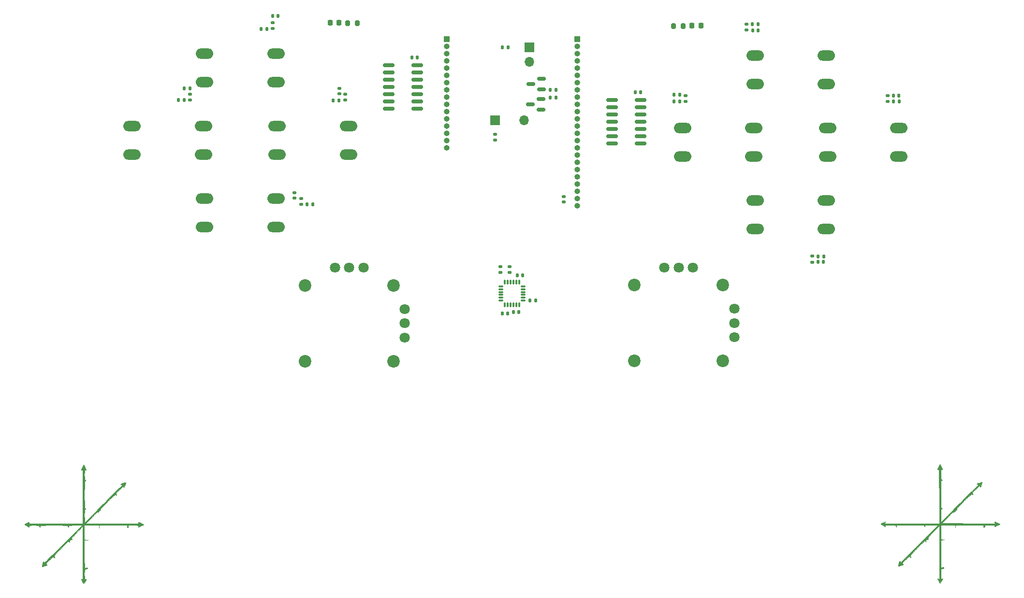
<source format=gbr>
%TF.GenerationSoftware,KiCad,Pcbnew,(5.99.0-11763-gc80efb0f98)*%
%TF.CreationDate,2021-08-20T23:21:00+03:00*%
%TF.ProjectId,mesp240_3Dpad,6d657370-3234-4305-9f33-447061642e6b,rev?*%
%TF.SameCoordinates,Original*%
%TF.FileFunction,Soldermask,Top*%
%TF.FilePolarity,Negative*%
%FSLAX46Y46*%
G04 Gerber Fmt 4.6, Leading zero omitted, Abs format (unit mm)*
G04 Created by KiCad (PCBNEW (5.99.0-11763-gc80efb0f98)) date 2021-08-20 23:21:00*
%MOMM*%
%LPD*%
G01*
G04 APERTURE LIST*
G04 Aperture macros list*
%AMRoundRect*
0 Rectangle with rounded corners*
0 $1 Rounding radius*
0 $2 $3 $4 $5 $6 $7 $8 $9 X,Y pos of 4 corners*
0 Add a 4 corners polygon primitive as box body*
4,1,4,$2,$3,$4,$5,$6,$7,$8,$9,$2,$3,0*
0 Add four circle primitives for the rounded corners*
1,1,$1+$1,$2,$3*
1,1,$1+$1,$4,$5*
1,1,$1+$1,$6,$7*
1,1,$1+$1,$8,$9*
0 Add four rect primitives between the rounded corners*
20,1,$1+$1,$2,$3,$4,$5,0*
20,1,$1+$1,$4,$5,$6,$7,0*
20,1,$1+$1,$6,$7,$8,$9,0*
20,1,$1+$1,$8,$9,$2,$3,0*%
G04 Aperture macros list end*
%ADD10C,0.010000*%
%ADD11R,1.000000X1.000000*%
%ADD12O,1.000000X1.000000*%
%ADD13O,3.048000X1.850000*%
%ADD14RoundRect,0.135000X-0.135000X-0.185000X0.135000X-0.185000X0.135000X0.185000X-0.135000X0.185000X0*%
%ADD15RoundRect,0.135000X0.185000X-0.135000X0.185000X0.135000X-0.185000X0.135000X-0.185000X-0.135000X0*%
%ADD16RoundRect,0.135000X-0.185000X0.135000X-0.185000X-0.135000X0.185000X-0.135000X0.185000X0.135000X0*%
%ADD17C,2.200000*%
%ADD18C,1.800000*%
%ADD19RoundRect,0.150000X0.587500X0.150000X-0.587500X0.150000X-0.587500X-0.150000X0.587500X-0.150000X0*%
%ADD20RoundRect,0.140000X0.170000X-0.140000X0.170000X0.140000X-0.170000X0.140000X-0.170000X-0.140000X0*%
%ADD21RoundRect,0.135000X0.135000X0.185000X-0.135000X0.185000X-0.135000X-0.185000X0.135000X-0.185000X0*%
%ADD22RoundRect,0.140000X-0.140000X-0.170000X0.140000X-0.170000X0.140000X0.170000X-0.140000X0.170000X0*%
%ADD23RoundRect,0.218750X-0.218750X-0.256250X0.218750X-0.256250X0.218750X0.256250X-0.218750X0.256250X0*%
%ADD24R,1.700000X1.700000*%
%ADD25O,1.700000X1.700000*%
%ADD26RoundRect,0.140000X0.140000X0.170000X-0.140000X0.170000X-0.140000X-0.170000X0.140000X-0.170000X0*%
%ADD27RoundRect,0.150000X-0.825000X-0.150000X0.825000X-0.150000X0.825000X0.150000X-0.825000X0.150000X0*%
%ADD28RoundRect,0.075000X-0.350000X-0.075000X0.350000X-0.075000X0.350000X0.075000X-0.350000X0.075000X0*%
%ADD29RoundRect,0.075000X0.075000X-0.350000X0.075000X0.350000X-0.075000X0.350000X-0.075000X-0.350000X0*%
%ADD30RoundRect,0.150000X0.825000X0.150000X-0.825000X0.150000X-0.825000X-0.150000X0.825000X-0.150000X0*%
%ADD31RoundRect,0.200000X0.200000X0.275000X-0.200000X0.275000X-0.200000X-0.275000X0.200000X-0.275000X0*%
%ADD32RoundRect,0.218750X0.218750X0.256250X-0.218750X0.256250X-0.218750X-0.256250X0.218750X-0.256250X0*%
%ADD33RoundRect,0.140000X-0.170000X0.140000X-0.170000X-0.140000X0.170000X-0.140000X0.170000X0.140000X0*%
%ADD34RoundRect,0.200000X-0.200000X-0.275000X0.200000X-0.275000X0.200000X0.275000X-0.200000X0.275000X0*%
G04 APERTURE END LIST*
D10*
%TO.C,G\u002A\u002A\u002A5*%
X216176886Y-163912816D02*
X216314000Y-164178724D01*
X216314000Y-164178724D02*
X216378823Y-164323998D01*
X216378823Y-164323998D02*
X216375215Y-164379249D01*
X216375215Y-164379249D02*
X216307036Y-164375088D01*
X216307036Y-164375088D02*
X216232740Y-164355759D01*
X216232740Y-164355759D02*
X216157709Y-164345417D01*
X216157709Y-164345417D02*
X216108886Y-164380338D01*
X216108886Y-164380338D02*
X216080663Y-164488832D01*
X216080663Y-164488832D02*
X216067430Y-164699208D01*
X216067430Y-164699208D02*
X216063578Y-165039775D01*
X216063578Y-165039775D02*
X216063407Y-165210352D01*
X216063407Y-165210352D02*
X216067235Y-165618884D01*
X216067235Y-165618884D02*
X216081284Y-165885420D01*
X216081284Y-165885420D02*
X216109399Y-166037178D01*
X216109399Y-166037178D02*
X216155425Y-166101377D01*
X216155425Y-166101377D02*
X216190407Y-166109227D01*
X216190407Y-166109227D02*
X216303078Y-166154944D01*
X216303078Y-166154944D02*
X216317407Y-166193893D01*
X216317407Y-166193893D02*
X216248830Y-166269008D01*
X216248830Y-166269008D02*
X216190407Y-166278560D01*
X216190407Y-166278560D02*
X216152999Y-166297051D01*
X216152999Y-166297051D02*
X216123584Y-166364174D01*
X216123584Y-166364174D02*
X216101241Y-166497407D01*
X216101241Y-166497407D02*
X216085050Y-166714226D01*
X216085050Y-166714226D02*
X216074092Y-167032108D01*
X216074092Y-167032108D02*
X216067446Y-167468531D01*
X216067446Y-167468531D02*
X216064193Y-168040969D01*
X216064193Y-168040969D02*
X216063407Y-168691560D01*
X216063407Y-168691560D02*
X216064380Y-169402300D01*
X216064380Y-169402300D02*
X216067913Y-169961192D01*
X216067913Y-169961192D02*
X216074925Y-170385712D01*
X216074925Y-170385712D02*
X216086336Y-170693337D01*
X216086336Y-170693337D02*
X216103067Y-170901544D01*
X216103067Y-170901544D02*
X216126037Y-171027810D01*
X216126037Y-171027810D02*
X216156165Y-171089611D01*
X216156165Y-171089611D02*
X216190407Y-171104560D01*
X216190407Y-171104560D02*
X216303078Y-171150277D01*
X216303078Y-171150277D02*
X216317407Y-171189227D01*
X216317407Y-171189227D02*
X216248830Y-171264341D01*
X216248830Y-171264341D02*
X216190407Y-171273893D01*
X216190407Y-171273893D02*
X216138371Y-171298006D01*
X216138371Y-171298006D02*
X216102406Y-171386775D01*
X216102406Y-171386775D02*
X216079773Y-171564845D01*
X216079773Y-171564845D02*
X216067732Y-171856862D01*
X216067732Y-171856862D02*
X216063547Y-172287472D01*
X216063547Y-172287472D02*
X216063407Y-172416893D01*
X216063407Y-172416893D02*
X216066053Y-172834701D01*
X216066053Y-172834701D02*
X216073308Y-173184032D01*
X216073308Y-173184032D02*
X216084144Y-173434035D01*
X216084144Y-173434035D02*
X216097536Y-173553861D01*
X216097536Y-173553861D02*
X216101444Y-173559893D01*
X216101444Y-173559893D02*
X216164492Y-173502057D01*
X216164492Y-173502057D02*
X216333677Y-173337386D01*
X216333677Y-173337386D02*
X216595754Y-173079136D01*
X216595754Y-173079136D02*
X216937477Y-172740562D01*
X216937477Y-172740562D02*
X217345600Y-172334920D01*
X217345600Y-172334920D02*
X217806880Y-171875465D01*
X217806880Y-171875465D02*
X218308069Y-171375452D01*
X218308069Y-171375452D02*
X218835924Y-170848138D01*
X218835924Y-170848138D02*
X219377199Y-170306777D01*
X219377199Y-170306777D02*
X219918648Y-169764625D01*
X219918648Y-169764625D02*
X220447026Y-169234938D01*
X220447026Y-169234938D02*
X220949089Y-168730971D01*
X220949089Y-168730971D02*
X221411590Y-168265979D01*
X221411590Y-168265979D02*
X221821284Y-167853218D01*
X221821284Y-167853218D02*
X222164926Y-167505944D01*
X222164926Y-167505944D02*
X222429272Y-167237412D01*
X222429272Y-167237412D02*
X222601074Y-167060878D01*
X222601074Y-167060878D02*
X222667089Y-166989596D01*
X222667089Y-166989596D02*
X222667407Y-166988875D01*
X222667407Y-166988875D02*
X222597728Y-166958288D01*
X222597728Y-166958288D02*
X222476907Y-166919935D01*
X222476907Y-166919935D02*
X222398575Y-166881646D01*
X222398575Y-166881646D02*
X222435053Y-166833975D01*
X222435053Y-166833975D02*
X222604883Y-166764060D01*
X222604883Y-166764060D02*
X222791014Y-166702056D01*
X222791014Y-166702056D02*
X223055321Y-166620470D01*
X223055321Y-166620470D02*
X223244214Y-166568517D01*
X223244214Y-166568517D02*
X223312643Y-166557389D01*
X223312643Y-166557389D02*
X223298713Y-166640407D01*
X223298713Y-166640407D02*
X223244879Y-166835982D01*
X223244879Y-166835982D02*
X223189036Y-167018261D01*
X223189036Y-167018261D02*
X223089291Y-167287184D01*
X223089291Y-167287184D02*
X223003113Y-167438587D01*
X223003113Y-167438587D02*
X222942998Y-167457591D01*
X222942998Y-167457591D02*
X222921407Y-167336893D01*
X222921407Y-167336893D02*
X222893936Y-167224000D01*
X222893936Y-167224000D02*
X222870847Y-167209893D01*
X222870847Y-167209893D02*
X222793501Y-167265776D01*
X222793501Y-167265776D02*
X222623773Y-167416916D01*
X222623773Y-167416916D02*
X222388730Y-167638549D01*
X222388730Y-167638549D02*
X222180378Y-167841557D01*
X222180378Y-167841557D02*
X221894816Y-168129164D01*
X221894816Y-168129164D02*
X221717286Y-168326680D01*
X221717286Y-168326680D02*
X221630948Y-168458382D01*
X221630948Y-168458382D02*
X221618957Y-168548548D01*
X221618957Y-168548548D02*
X221650336Y-168605604D01*
X221650336Y-168605604D02*
X221721796Y-168730602D01*
X221721796Y-168730602D02*
X221717870Y-168780319D01*
X221717870Y-168780319D02*
X221638394Y-168760327D01*
X221638394Y-168760327D02*
X221567556Y-168692543D01*
X221567556Y-168692543D02*
X221518853Y-168663782D01*
X221518853Y-168663782D02*
X221442234Y-168681471D01*
X221442234Y-168681471D02*
X221322842Y-168758072D01*
X221322842Y-168758072D02*
X221145817Y-168906047D01*
X221145817Y-168906047D02*
X220896303Y-169137855D01*
X220896303Y-169137855D02*
X220559439Y-169465958D01*
X220559439Y-169465958D02*
X220120369Y-169902817D01*
X220120369Y-169902817D02*
X220099291Y-169923910D01*
X220099291Y-169923910D02*
X219645566Y-170381780D01*
X219645566Y-170381780D02*
X219304381Y-170735647D01*
X219304381Y-170735647D02*
X219065177Y-170997788D01*
X219065177Y-170997788D02*
X218917399Y-171180480D01*
X218917399Y-171180480D02*
X218850487Y-171295999D01*
X218850487Y-171295999D02*
X218853885Y-171356621D01*
X218853885Y-171356621D02*
X218861707Y-171363009D01*
X218861707Y-171363009D02*
X218921290Y-171421588D01*
X218921290Y-171421588D02*
X218828430Y-171441315D01*
X218828430Y-171441315D02*
X218793907Y-171441930D01*
X218793907Y-171441930D02*
X218641447Y-171490109D01*
X218641447Y-171490109D02*
X218603407Y-171629493D01*
X218603407Y-171629493D02*
X218583996Y-171752701D01*
X218583996Y-171752701D02*
X218513777Y-171725918D01*
X218513777Y-171725918D02*
X218505216Y-171717569D01*
X218505216Y-171717569D02*
X218437862Y-171710168D01*
X218437862Y-171710168D02*
X218312643Y-171781109D01*
X218312643Y-171781109D02*
X218116216Y-171941507D01*
X218116216Y-171941507D02*
X217835236Y-172202473D01*
X217835236Y-172202473D02*
X217456361Y-172575122D01*
X217456361Y-172575122D02*
X217362216Y-172669507D01*
X217362216Y-172669507D02*
X217023156Y-173012856D01*
X217023156Y-173012856D02*
X216730027Y-173314585D01*
X216730027Y-173314585D02*
X216502088Y-173554470D01*
X216502088Y-173554470D02*
X216358595Y-173712287D01*
X216358595Y-173712287D02*
X216317407Y-173766764D01*
X216317407Y-173766764D02*
X216399515Y-173775607D01*
X216399515Y-173775607D02*
X216635612Y-173783908D01*
X216635612Y-173783908D02*
X217010353Y-173791513D01*
X217010353Y-173791513D02*
X217508391Y-173798265D01*
X217508391Y-173798265D02*
X218114383Y-173804006D01*
X218114383Y-173804006D02*
X218812984Y-173808581D01*
X218812984Y-173808581D02*
X219588848Y-173811833D01*
X219588848Y-173811833D02*
X220426631Y-173813605D01*
X220426631Y-173813605D02*
X220937445Y-173813893D01*
X220937445Y-173813893D02*
X225557484Y-173813893D01*
X225557484Y-173813893D02*
X225500561Y-173634543D01*
X225500561Y-173634543D02*
X225482973Y-173509754D01*
X225482973Y-173509754D02*
X225516022Y-173490698D01*
X225516022Y-173490698D02*
X225628426Y-173544481D01*
X225628426Y-173544481D02*
X225839320Y-173644453D01*
X225839320Y-173644453D02*
X226005517Y-173722954D01*
X226005517Y-173722954D02*
X226422627Y-173919704D01*
X226422627Y-173919704D02*
X226092698Y-174080185D01*
X226092698Y-174080185D02*
X225868647Y-174198531D01*
X225868647Y-174198531D02*
X225707814Y-174300184D01*
X225707814Y-174300184D02*
X225679821Y-174323612D01*
X225679821Y-174323612D02*
X225548180Y-174404576D01*
X225548180Y-174404576D02*
X225487753Y-174346168D01*
X225487753Y-174346168D02*
X225503740Y-174237227D01*
X225503740Y-174237227D02*
X225518638Y-174162078D01*
X225518638Y-174162078D02*
X225487381Y-174113236D01*
X225487381Y-174113236D02*
X225381914Y-174085053D01*
X225381914Y-174085053D02*
X225174180Y-174071878D01*
X225174180Y-174071878D02*
X224836125Y-174068064D01*
X224836125Y-174068064D02*
X224662779Y-174067893D01*
X224662779Y-174067893D02*
X223768073Y-174067893D01*
X223768073Y-174067893D02*
X223768073Y-174279560D01*
X223768073Y-174279560D02*
X223721749Y-174452578D01*
X223721749Y-174452578D02*
X223631895Y-174491227D01*
X223631895Y-174491227D02*
X223538601Y-174449874D01*
X223538601Y-174449874D02*
X223543636Y-174301169D01*
X223543636Y-174301169D02*
X223548841Y-174279560D01*
X223548841Y-174279560D02*
X223601966Y-174067893D01*
X223601966Y-174067893D02*
X218699321Y-174067893D01*
X218699321Y-174067893D02*
X218664049Y-174300727D01*
X218664049Y-174300727D02*
X218628778Y-174533560D01*
X218628778Y-174533560D02*
X218616092Y-174300727D01*
X218616092Y-174300727D02*
X218603407Y-174067893D01*
X218603407Y-174067893D02*
X216063407Y-174067893D01*
X216063407Y-174067893D02*
X216063407Y-176597671D01*
X216063407Y-176597671D02*
X216380907Y-176630883D01*
X216380907Y-176630883D02*
X216698407Y-176664094D01*
X216698407Y-176664094D02*
X216063407Y-176692560D01*
X216063407Y-176692560D02*
X216063407Y-179156952D01*
X216063407Y-179156952D02*
X216063117Y-179869293D01*
X216063117Y-179869293D02*
X216064061Y-180429321D01*
X216064061Y-180429321D02*
X216068960Y-180854047D01*
X216068960Y-180854047D02*
X216080534Y-181160483D01*
X216080534Y-181160483D02*
X216101503Y-181365643D01*
X216101503Y-181365643D02*
X216134587Y-181486538D01*
X216134587Y-181486538D02*
X216182507Y-181540182D01*
X216182507Y-181540182D02*
X216247983Y-181543587D01*
X216247983Y-181543587D02*
X216333736Y-181513765D01*
X216333736Y-181513765D02*
X216433481Y-181471361D01*
X216433481Y-181471361D02*
X216557512Y-181494990D01*
X216557512Y-181494990D02*
X216600157Y-181556027D01*
X216600157Y-181556027D02*
X216590935Y-181664619D01*
X216590935Y-181664619D02*
X216491007Y-181687893D01*
X216491007Y-181687893D02*
X216308481Y-181697858D01*
X216308481Y-181697858D02*
X216186879Y-181746712D01*
X216186879Y-181746712D02*
X216113899Y-181862897D01*
X216113899Y-181862897D02*
X216077236Y-182074853D01*
X216077236Y-182074853D02*
X216064588Y-182411021D01*
X216064588Y-182411021D02*
X216063407Y-182676324D01*
X216063407Y-182676324D02*
X216065131Y-183070447D01*
X216065131Y-183070447D02*
X216074130Y-183323419D01*
X216074130Y-183323419D02*
X216096137Y-183463416D01*
X216096137Y-183463416D02*
X216136887Y-183518614D01*
X216136887Y-183518614D02*
X216202117Y-183517189D01*
X216202117Y-183517189D02*
X216232740Y-183508227D01*
X216232740Y-183508227D02*
X216367685Y-183480261D01*
X216367685Y-183480261D02*
X216402073Y-183491857D01*
X216402073Y-183491857D02*
X216365578Y-183576342D01*
X216365578Y-183576342D02*
X216275297Y-183750514D01*
X216275297Y-183750514D02*
X216160037Y-183962078D01*
X216160037Y-183962078D02*
X216048605Y-184158741D01*
X216048605Y-184158741D02*
X215969807Y-184288211D01*
X215969807Y-184288211D02*
X215950335Y-184311908D01*
X215950335Y-184311908D02*
X215903509Y-184245672D01*
X215903509Y-184245672D02*
X215799434Y-184077375D01*
X215799434Y-184077375D02*
X215724740Y-183952074D01*
X215724740Y-183952074D02*
X215570568Y-183686344D01*
X215570568Y-183686344D02*
X215497629Y-183538563D01*
X215497629Y-183538563D02*
X215500135Y-183481417D01*
X215500135Y-183481417D02*
X215572302Y-183487591D01*
X215572302Y-183487591D02*
X215630056Y-183505047D01*
X215630056Y-183505047D02*
X215809407Y-183561971D01*
X215809407Y-183561971D02*
X215809407Y-174199014D01*
X215809407Y-174199014D02*
X214729907Y-175297620D01*
X214729907Y-175297620D02*
X214326049Y-175714493D01*
X214326049Y-175714493D02*
X214038438Y-176025808D01*
X214038438Y-176025808D02*
X213859148Y-176241141D01*
X213859148Y-176241141D02*
X213780257Y-176370068D01*
X213780257Y-176370068D02*
X213793842Y-176422167D01*
X213793842Y-176422167D02*
X213798573Y-176423282D01*
X213798573Y-176423282D02*
X213932902Y-176481037D01*
X213932902Y-176481037D02*
X213923871Y-176552760D01*
X213923871Y-176552760D02*
X213789883Y-176602345D01*
X213789883Y-176602345D02*
X213704481Y-176607893D01*
X213704481Y-176607893D02*
X213534996Y-176627078D01*
X213534996Y-176627078D02*
X213489266Y-176715409D01*
X213489266Y-176715409D02*
X213502684Y-176819560D01*
X213502684Y-176819560D02*
X213502170Y-176982090D01*
X213502170Y-176982090D02*
X213448610Y-177031227D01*
X213448610Y-177031227D02*
X213371984Y-176960367D01*
X213371984Y-176960367D02*
X213354073Y-176860925D01*
X213354073Y-176860925D02*
X213312757Y-176843506D01*
X213312757Y-176843506D02*
X213184768Y-176927776D01*
X213184768Y-176927776D02*
X212964043Y-177119137D01*
X212964043Y-177119137D02*
X212644519Y-177422989D01*
X212644519Y-177422989D02*
X212220134Y-177844734D01*
X212220134Y-177844734D02*
X212002935Y-178064656D01*
X212002935Y-178064656D02*
X211566937Y-178509995D01*
X211566937Y-178509995D02*
X211238394Y-178851779D01*
X211238394Y-178851779D02*
X211004546Y-179105708D01*
X211004546Y-179105708D02*
X210852632Y-179287483D01*
X210852632Y-179287483D02*
X210769890Y-179412805D01*
X210769890Y-179412805D02*
X210743559Y-179497374D01*
X210743559Y-179497374D02*
X210760879Y-179556891D01*
X210760879Y-179556891D02*
X210775268Y-179575125D01*
X210775268Y-179575125D02*
X210883729Y-179725061D01*
X210883729Y-179725061D02*
X210882743Y-179789487D01*
X210882743Y-179789487D02*
X210782480Y-179742519D01*
X210782480Y-179742519D02*
X210727546Y-179696543D01*
X210727546Y-179696543D02*
X210619017Y-179610899D01*
X210619017Y-179610899D02*
X210527181Y-179604962D01*
X210527181Y-179604962D02*
X210402326Y-179692925D01*
X210402326Y-179692925D02*
X210254473Y-179831587D01*
X210254473Y-179831587D02*
X209872392Y-180200107D01*
X209872392Y-180200107D02*
X209599598Y-180469033D01*
X209599598Y-180469033D02*
X209422345Y-180655120D01*
X209422345Y-180655120D02*
X209326886Y-180775120D01*
X209326886Y-180775120D02*
X209299474Y-180845786D01*
X209299474Y-180845786D02*
X209326363Y-180883873D01*
X209326363Y-180883873D02*
X209376335Y-180901778D01*
X209376335Y-180901778D02*
X209498864Y-180963562D01*
X209498864Y-180963562D02*
X209463695Y-181034786D01*
X209463695Y-181034786D02*
X209281291Y-181104977D01*
X209281291Y-181104977D02*
X209142842Y-181135538D01*
X209142842Y-181135538D02*
X208906040Y-181196753D01*
X208906040Y-181196753D02*
X208735467Y-181270348D01*
X208735467Y-181270348D02*
X208718573Y-181282503D01*
X208718573Y-181282503D02*
X208647581Y-181327321D01*
X208647581Y-181327321D02*
X208623166Y-181289087D01*
X208623166Y-181289087D02*
X208645701Y-181142192D01*
X208645701Y-181142192D02*
X208715560Y-180861027D01*
X208715560Y-180861027D02*
X208725263Y-180824162D01*
X208725263Y-180824162D02*
X208808313Y-180551938D01*
X208808313Y-180551938D02*
X208881309Y-180386616D01*
X208881309Y-180386616D02*
X208932809Y-180347322D01*
X208932809Y-180347322D02*
X208951407Y-180446115D01*
X208951407Y-180446115D02*
X208997736Y-180567487D01*
X208997736Y-180567487D02*
X209045673Y-180587227D01*
X209045673Y-180587227D02*
X209121638Y-180528974D01*
X209121638Y-180528974D02*
X209305702Y-180361496D01*
X209305702Y-180361496D02*
X209586635Y-180095710D01*
X209586635Y-180095710D02*
X209953207Y-179742534D01*
X209953207Y-179742534D02*
X210394189Y-179312885D01*
X210394189Y-179312885D02*
X210898351Y-178817683D01*
X210898351Y-178817683D02*
X211454462Y-178267844D01*
X211454462Y-178267844D02*
X212051295Y-177674286D01*
X212051295Y-177674286D02*
X212398429Y-177327560D01*
X212398429Y-177327560D02*
X215656919Y-174067893D01*
X215656919Y-174067893D02*
X214465820Y-174067893D01*
X214465820Y-174067893D02*
X213987228Y-174070474D01*
X213987228Y-174070474D02*
X213655443Y-174079764D01*
X213655443Y-174079764D02*
X213447993Y-174098087D01*
X213447993Y-174098087D02*
X213342409Y-174127766D01*
X213342409Y-174127766D02*
X213316221Y-174171124D01*
X213316221Y-174171124D02*
X213320169Y-174186329D01*
X213320169Y-174186329D02*
X213310689Y-174323261D01*
X213310689Y-174323261D02*
X213275179Y-174360659D01*
X213275179Y-174360659D02*
X213202764Y-174340317D01*
X213202764Y-174340317D02*
X213184740Y-174242223D01*
X213184740Y-174242223D02*
X213180535Y-174191872D01*
X213180535Y-174191872D02*
X213155800Y-174152287D01*
X213155800Y-174152287D02*
X213092357Y-174122175D01*
X213092357Y-174122175D02*
X212972027Y-174100239D01*
X212972027Y-174100239D02*
X212776632Y-174085186D01*
X212776632Y-174085186D02*
X212487993Y-174075720D01*
X212487993Y-174075720D02*
X212087931Y-174070546D01*
X212087931Y-174070546D02*
X211558268Y-174068371D01*
X211558268Y-174068371D02*
X210880826Y-174067897D01*
X210880826Y-174067897D02*
X210737333Y-174067893D01*
X210737333Y-174067893D02*
X210030592Y-174068206D01*
X210030592Y-174068206D02*
X209475346Y-174069982D01*
X209475346Y-174069982D02*
X209053757Y-174074479D01*
X209053757Y-174074479D02*
X208747988Y-174082953D01*
X208747988Y-174082953D02*
X208540199Y-174096661D01*
X208540199Y-174096661D02*
X208412554Y-174116860D01*
X208412554Y-174116860D02*
X208347214Y-174144808D01*
X208347214Y-174144808D02*
X208326340Y-174181760D01*
X208326340Y-174181760D02*
X208332096Y-174228975D01*
X208332096Y-174228975D02*
X208334208Y-174237227D01*
X208334208Y-174237227D02*
X208332268Y-174372874D01*
X208332268Y-174372874D02*
X208283948Y-174406560D01*
X208283948Y-174406560D02*
X208207173Y-174335744D01*
X208207173Y-174335744D02*
X208189407Y-174237227D01*
X208189407Y-174237227D02*
X208178744Y-174163306D01*
X208178744Y-174163306D02*
X208127299Y-174114710D01*
X208127299Y-174114710D02*
X208005886Y-174086164D01*
X208005886Y-174086164D02*
X207785319Y-174072392D01*
X207785319Y-174072392D02*
X207436411Y-174068122D01*
X207436411Y-174068122D02*
X207252368Y-174067893D01*
X207252368Y-174067893D02*
X206844810Y-174069358D01*
X206844810Y-174069358D02*
X206579060Y-174077356D01*
X206579060Y-174077356D02*
X206427595Y-174097290D01*
X206427595Y-174097290D02*
X206362894Y-174134563D01*
X206362894Y-174134563D02*
X206357435Y-174194578D01*
X206357435Y-174194578D02*
X206370292Y-174241068D01*
X206370292Y-174241068D02*
X206389427Y-174331391D01*
X206389427Y-174331391D02*
X206348485Y-174351628D01*
X206348485Y-174351628D02*
X206217717Y-174296728D01*
X206217717Y-174296728D02*
X205996218Y-174177568D01*
X205996218Y-174177568D02*
X205765314Y-174043528D01*
X205765314Y-174043528D02*
X205609416Y-173940276D01*
X205609416Y-173940276D02*
X205566821Y-173898560D01*
X205566821Y-173898560D02*
X205636280Y-173841733D01*
X205636280Y-173841733D02*
X205812871Y-173745772D01*
X205812871Y-173745772D02*
X205925434Y-173692177D01*
X205925434Y-173692177D02*
X206155200Y-173586494D01*
X206155200Y-173586494D02*
X206320105Y-173509412D01*
X206320105Y-173509412D02*
X206356791Y-173491660D01*
X206356791Y-173491660D02*
X206391809Y-173528252D01*
X206391809Y-173528252D02*
X206372252Y-173634543D01*
X206372252Y-173634543D02*
X206315329Y-173813893D01*
X206315329Y-173813893D02*
X215806066Y-173813893D01*
X215806066Y-173813893D02*
X215805066Y-169067702D01*
X215805066Y-169067702D02*
X215804735Y-168052232D01*
X215804735Y-168052232D02*
X215803895Y-167193190D01*
X215803895Y-167193190D02*
X215802087Y-166477671D01*
X215802087Y-166477671D02*
X215798849Y-165892769D01*
X215798849Y-165892769D02*
X215793719Y-165425578D01*
X215793719Y-165425578D02*
X215786238Y-165063193D01*
X215786238Y-165063193D02*
X215775943Y-164792709D01*
X215775943Y-164792709D02*
X215762375Y-164601220D01*
X215762375Y-164601220D02*
X215745071Y-164475821D01*
X215745071Y-164475821D02*
X215723571Y-164403607D01*
X215723571Y-164403607D02*
X215697414Y-164371671D01*
X215697414Y-164371671D02*
X215666139Y-164367109D01*
X215666139Y-164367109D02*
X215637403Y-164374407D01*
X215637403Y-164374407D02*
X215529757Y-164404097D01*
X215529757Y-164404097D02*
X215486983Y-164386441D01*
X215486983Y-164386441D02*
X215513640Y-164293289D01*
X215513640Y-164293289D02*
X215614287Y-164096488D01*
X215614287Y-164096488D02*
X215711220Y-163918529D01*
X215711220Y-163918529D02*
X215951699Y-163478778D01*
X215951699Y-163478778D02*
X216176886Y-163912816D01*
X216176886Y-163912816D02*
X216176886Y-163912816D01*
G36*
X216176886Y-163912816D02*
G01*
X216314000Y-164178724D01*
X216378823Y-164323998D01*
X216375215Y-164379249D01*
X216307036Y-164375088D01*
X216232740Y-164355759D01*
X216157709Y-164345417D01*
X216108886Y-164380338D01*
X216080663Y-164488832D01*
X216067430Y-164699208D01*
X216063578Y-165039775D01*
X216063407Y-165210352D01*
X216067235Y-165618884D01*
X216081284Y-165885420D01*
X216109399Y-166037178D01*
X216155425Y-166101377D01*
X216190407Y-166109227D01*
X216303078Y-166154944D01*
X216317407Y-166193893D01*
X216248830Y-166269008D01*
X216190407Y-166278560D01*
X216152999Y-166297051D01*
X216123584Y-166364174D01*
X216101241Y-166497407D01*
X216085050Y-166714226D01*
X216074092Y-167032108D01*
X216067446Y-167468531D01*
X216064193Y-168040969D01*
X216063407Y-168691560D01*
X216064380Y-169402300D01*
X216067913Y-169961192D01*
X216074925Y-170385712D01*
X216086336Y-170693337D01*
X216103067Y-170901544D01*
X216126037Y-171027810D01*
X216156165Y-171089611D01*
X216190407Y-171104560D01*
X216303078Y-171150277D01*
X216317407Y-171189227D01*
X216248830Y-171264341D01*
X216190407Y-171273893D01*
X216138371Y-171298006D01*
X216102406Y-171386775D01*
X216079773Y-171564845D01*
X216067732Y-171856862D01*
X216063547Y-172287472D01*
X216063407Y-172416893D01*
X216066053Y-172834701D01*
X216073308Y-173184032D01*
X216084144Y-173434035D01*
X216097536Y-173553861D01*
X216101444Y-173559893D01*
X216164492Y-173502057D01*
X216333677Y-173337386D01*
X216595754Y-173079136D01*
X216937477Y-172740562D01*
X217345600Y-172334920D01*
X217806880Y-171875465D01*
X218308069Y-171375452D01*
X218835924Y-170848138D01*
X219377199Y-170306777D01*
X219918648Y-169764625D01*
X220447026Y-169234938D01*
X220949089Y-168730971D01*
X221411590Y-168265979D01*
X221821284Y-167853218D01*
X222164926Y-167505944D01*
X222429272Y-167237412D01*
X222601074Y-167060878D01*
X222667089Y-166989596D01*
X222667407Y-166988875D01*
X222597728Y-166958288D01*
X222476907Y-166919935D01*
X222398575Y-166881646D01*
X222435053Y-166833975D01*
X222604883Y-166764060D01*
X222791014Y-166702056D01*
X223055321Y-166620470D01*
X223244214Y-166568517D01*
X223312643Y-166557389D01*
X223298713Y-166640407D01*
X223244879Y-166835982D01*
X223189036Y-167018261D01*
X223089291Y-167287184D01*
X223003113Y-167438587D01*
X222942998Y-167457591D01*
X222921407Y-167336893D01*
X222893936Y-167224000D01*
X222870847Y-167209893D01*
X222793501Y-167265776D01*
X222623773Y-167416916D01*
X222388730Y-167638549D01*
X222180378Y-167841557D01*
X221894816Y-168129164D01*
X221717286Y-168326680D01*
X221630948Y-168458382D01*
X221618957Y-168548548D01*
X221650336Y-168605604D01*
X221721796Y-168730602D01*
X221717870Y-168780319D01*
X221638394Y-168760327D01*
X221567556Y-168692543D01*
X221518853Y-168663782D01*
X221442234Y-168681471D01*
X221322842Y-168758072D01*
X221145817Y-168906047D01*
X220896303Y-169137855D01*
X220559439Y-169465958D01*
X220120369Y-169902817D01*
X220099291Y-169923910D01*
X219645566Y-170381780D01*
X219304381Y-170735647D01*
X219065177Y-170997788D01*
X218917399Y-171180480D01*
X218850487Y-171295999D01*
X218853885Y-171356621D01*
X218861707Y-171363009D01*
X218921290Y-171421588D01*
X218828430Y-171441315D01*
X218793907Y-171441930D01*
X218641447Y-171490109D01*
X218603407Y-171629493D01*
X218583996Y-171752701D01*
X218513777Y-171725918D01*
X218505216Y-171717569D01*
X218437862Y-171710168D01*
X218312643Y-171781109D01*
X218116216Y-171941507D01*
X217835236Y-172202473D01*
X217456361Y-172575122D01*
X217362216Y-172669507D01*
X217023156Y-173012856D01*
X216730027Y-173314585D01*
X216502088Y-173554470D01*
X216358595Y-173712287D01*
X216317407Y-173766764D01*
X216399515Y-173775607D01*
X216635612Y-173783908D01*
X217010353Y-173791513D01*
X217508391Y-173798265D01*
X218114383Y-173804006D01*
X218812984Y-173808581D01*
X219588848Y-173811833D01*
X220426631Y-173813605D01*
X220937445Y-173813893D01*
X225557484Y-173813893D01*
X225500561Y-173634543D01*
X225482973Y-173509754D01*
X225516022Y-173490698D01*
X225628426Y-173544481D01*
X225839320Y-173644453D01*
X226005517Y-173722954D01*
X226422627Y-173919704D01*
X226092698Y-174080185D01*
X225868647Y-174198531D01*
X225707814Y-174300184D01*
X225679821Y-174323612D01*
X225548180Y-174404576D01*
X225487753Y-174346168D01*
X225503740Y-174237227D01*
X225518638Y-174162078D01*
X225487381Y-174113236D01*
X225381914Y-174085053D01*
X225174180Y-174071878D01*
X224836125Y-174068064D01*
X224662779Y-174067893D01*
X223768073Y-174067893D01*
X223768073Y-174279560D01*
X223721749Y-174452578D01*
X223631895Y-174491227D01*
X223538601Y-174449874D01*
X223543636Y-174301169D01*
X223548841Y-174279560D01*
X223601966Y-174067893D01*
X218699321Y-174067893D01*
X218664049Y-174300727D01*
X218628778Y-174533560D01*
X218616092Y-174300727D01*
X218603407Y-174067893D01*
X216063407Y-174067893D01*
X216063407Y-176597671D01*
X216380907Y-176630883D01*
X216698407Y-176664094D01*
X216063407Y-176692560D01*
X216063407Y-179156952D01*
X216063117Y-179869293D01*
X216064061Y-180429321D01*
X216068960Y-180854047D01*
X216080534Y-181160483D01*
X216101503Y-181365643D01*
X216134587Y-181486538D01*
X216182507Y-181540182D01*
X216247983Y-181543587D01*
X216333736Y-181513765D01*
X216433481Y-181471361D01*
X216557512Y-181494990D01*
X216600157Y-181556027D01*
X216590935Y-181664619D01*
X216491007Y-181687893D01*
X216308481Y-181697858D01*
X216186879Y-181746712D01*
X216113899Y-181862897D01*
X216077236Y-182074853D01*
X216064588Y-182411021D01*
X216063407Y-182676324D01*
X216065131Y-183070447D01*
X216074130Y-183323419D01*
X216096137Y-183463416D01*
X216136887Y-183518614D01*
X216202117Y-183517189D01*
X216232740Y-183508227D01*
X216367685Y-183480261D01*
X216402073Y-183491857D01*
X216365578Y-183576342D01*
X216275297Y-183750514D01*
X216160037Y-183962078D01*
X216048605Y-184158741D01*
X215969807Y-184288211D01*
X215950335Y-184311908D01*
X215903509Y-184245672D01*
X215799434Y-184077375D01*
X215724740Y-183952074D01*
X215570568Y-183686344D01*
X215497629Y-183538563D01*
X215500135Y-183481417D01*
X215572302Y-183487591D01*
X215630056Y-183505047D01*
X215809407Y-183561971D01*
X215809407Y-174199014D01*
X214729907Y-175297620D01*
X214326049Y-175714493D01*
X214038438Y-176025808D01*
X213859148Y-176241141D01*
X213780257Y-176370068D01*
X213793842Y-176422167D01*
X213798573Y-176423282D01*
X213932902Y-176481037D01*
X213923871Y-176552760D01*
X213789883Y-176602345D01*
X213704481Y-176607893D01*
X213534996Y-176627078D01*
X213489266Y-176715409D01*
X213502684Y-176819560D01*
X213502170Y-176982090D01*
X213448610Y-177031227D01*
X213371984Y-176960367D01*
X213354073Y-176860925D01*
X213312757Y-176843506D01*
X213184768Y-176927776D01*
X212964043Y-177119137D01*
X212644519Y-177422989D01*
X212220134Y-177844734D01*
X212002935Y-178064656D01*
X211566937Y-178509995D01*
X211238394Y-178851779D01*
X211004546Y-179105708D01*
X210852632Y-179287483D01*
X210769890Y-179412805D01*
X210743559Y-179497374D01*
X210760879Y-179556891D01*
X210775268Y-179575125D01*
X210883729Y-179725061D01*
X210882743Y-179789487D01*
X210782480Y-179742519D01*
X210727546Y-179696543D01*
X210619017Y-179610899D01*
X210527181Y-179604962D01*
X210402326Y-179692925D01*
X210254473Y-179831587D01*
X209872392Y-180200107D01*
X209599598Y-180469033D01*
X209422345Y-180655120D01*
X209326886Y-180775120D01*
X209299474Y-180845786D01*
X209326363Y-180883873D01*
X209376335Y-180901778D01*
X209498864Y-180963562D01*
X209463695Y-181034786D01*
X209281291Y-181104977D01*
X209142842Y-181135538D01*
X208906040Y-181196753D01*
X208735467Y-181270348D01*
X208718573Y-181282503D01*
X208647581Y-181327321D01*
X208623166Y-181289087D01*
X208645701Y-181142192D01*
X208715560Y-180861027D01*
X208725263Y-180824162D01*
X208808313Y-180551938D01*
X208881309Y-180386616D01*
X208932809Y-180347322D01*
X208951407Y-180446115D01*
X208997736Y-180567487D01*
X209045673Y-180587227D01*
X209121638Y-180528974D01*
X209305702Y-180361496D01*
X209586635Y-180095710D01*
X209953207Y-179742534D01*
X210394189Y-179312885D01*
X210898351Y-178817683D01*
X211454462Y-178267844D01*
X212051295Y-177674286D01*
X212398429Y-177327560D01*
X215656919Y-174067893D01*
X214465820Y-174067893D01*
X213987228Y-174070474D01*
X213655443Y-174079764D01*
X213447993Y-174098087D01*
X213342409Y-174127766D01*
X213316221Y-174171124D01*
X213320169Y-174186329D01*
X213310689Y-174323261D01*
X213275179Y-174360659D01*
X213202764Y-174340317D01*
X213184740Y-174242223D01*
X213180535Y-174191872D01*
X213155800Y-174152287D01*
X213092357Y-174122175D01*
X212972027Y-174100239D01*
X212776632Y-174085186D01*
X212487993Y-174075720D01*
X212087931Y-174070546D01*
X211558268Y-174068371D01*
X210880826Y-174067897D01*
X210737333Y-174067893D01*
X210030592Y-174068206D01*
X209475346Y-174069982D01*
X209053757Y-174074479D01*
X208747988Y-174082953D01*
X208540199Y-174096661D01*
X208412554Y-174116860D01*
X208347214Y-174144808D01*
X208326340Y-174181760D01*
X208332096Y-174228975D01*
X208334208Y-174237227D01*
X208332268Y-174372874D01*
X208283948Y-174406560D01*
X208207173Y-174335744D01*
X208189407Y-174237227D01*
X208178744Y-174163306D01*
X208127299Y-174114710D01*
X208005886Y-174086164D01*
X207785319Y-174072392D01*
X207436411Y-174068122D01*
X207252368Y-174067893D01*
X206844810Y-174069358D01*
X206579060Y-174077356D01*
X206427595Y-174097290D01*
X206362894Y-174134563D01*
X206357435Y-174194578D01*
X206370292Y-174241068D01*
X206389427Y-174331391D01*
X206348485Y-174351628D01*
X206217717Y-174296728D01*
X205996218Y-174177568D01*
X205765314Y-174043528D01*
X205609416Y-173940276D01*
X205566821Y-173898560D01*
X205636280Y-173841733D01*
X205812871Y-173745772D01*
X205925434Y-173692177D01*
X206155200Y-173586494D01*
X206320105Y-173509412D01*
X206356791Y-173491660D01*
X206391809Y-173528252D01*
X206372252Y-173634543D01*
X206315329Y-173813893D01*
X215806066Y-173813893D01*
X215805066Y-169067702D01*
X215804735Y-168052232D01*
X215803895Y-167193190D01*
X215802087Y-166477671D01*
X215798849Y-165892769D01*
X215793719Y-165425578D01*
X215786238Y-165063193D01*
X215775943Y-164792709D01*
X215762375Y-164601220D01*
X215745071Y-164475821D01*
X215723571Y-164403607D01*
X215697414Y-164371671D01*
X215666139Y-164367109D01*
X215637403Y-164374407D01*
X215529757Y-164404097D01*
X215486983Y-164386441D01*
X215513640Y-164293289D01*
X215614287Y-164096488D01*
X215711220Y-163918529D01*
X215951699Y-163478778D01*
X216176886Y-163912816D01*
G37*
X216176886Y-163912816D02*
X216314000Y-164178724D01*
X216378823Y-164323998D01*
X216375215Y-164379249D01*
X216307036Y-164375088D01*
X216232740Y-164355759D01*
X216157709Y-164345417D01*
X216108886Y-164380338D01*
X216080663Y-164488832D01*
X216067430Y-164699208D01*
X216063578Y-165039775D01*
X216063407Y-165210352D01*
X216067235Y-165618884D01*
X216081284Y-165885420D01*
X216109399Y-166037178D01*
X216155425Y-166101377D01*
X216190407Y-166109227D01*
X216303078Y-166154944D01*
X216317407Y-166193893D01*
X216248830Y-166269008D01*
X216190407Y-166278560D01*
X216152999Y-166297051D01*
X216123584Y-166364174D01*
X216101241Y-166497407D01*
X216085050Y-166714226D01*
X216074092Y-167032108D01*
X216067446Y-167468531D01*
X216064193Y-168040969D01*
X216063407Y-168691560D01*
X216064380Y-169402300D01*
X216067913Y-169961192D01*
X216074925Y-170385712D01*
X216086336Y-170693337D01*
X216103067Y-170901544D01*
X216126037Y-171027810D01*
X216156165Y-171089611D01*
X216190407Y-171104560D01*
X216303078Y-171150277D01*
X216317407Y-171189227D01*
X216248830Y-171264341D01*
X216190407Y-171273893D01*
X216138371Y-171298006D01*
X216102406Y-171386775D01*
X216079773Y-171564845D01*
X216067732Y-171856862D01*
X216063547Y-172287472D01*
X216063407Y-172416893D01*
X216066053Y-172834701D01*
X216073308Y-173184032D01*
X216084144Y-173434035D01*
X216097536Y-173553861D01*
X216101444Y-173559893D01*
X216164492Y-173502057D01*
X216333677Y-173337386D01*
X216595754Y-173079136D01*
X216937477Y-172740562D01*
X217345600Y-172334920D01*
X217806880Y-171875465D01*
X218308069Y-171375452D01*
X218835924Y-170848138D01*
X219377199Y-170306777D01*
X219918648Y-169764625D01*
X220447026Y-169234938D01*
X220949089Y-168730971D01*
X221411590Y-168265979D01*
X221821284Y-167853218D01*
X222164926Y-167505944D01*
X222429272Y-167237412D01*
X222601074Y-167060878D01*
X222667089Y-166989596D01*
X222667407Y-166988875D01*
X222597728Y-166958288D01*
X222476907Y-166919935D01*
X222398575Y-166881646D01*
X222435053Y-166833975D01*
X222604883Y-166764060D01*
X222791014Y-166702056D01*
X223055321Y-166620470D01*
X223244214Y-166568517D01*
X223312643Y-166557389D01*
X223298713Y-166640407D01*
X223244879Y-166835982D01*
X223189036Y-167018261D01*
X223089291Y-167287184D01*
X223003113Y-167438587D01*
X222942998Y-167457591D01*
X222921407Y-167336893D01*
X222893936Y-167224000D01*
X222870847Y-167209893D01*
X222793501Y-167265776D01*
X222623773Y-167416916D01*
X222388730Y-167638549D01*
X222180378Y-167841557D01*
X221894816Y-168129164D01*
X221717286Y-168326680D01*
X221630948Y-168458382D01*
X221618957Y-168548548D01*
X221650336Y-168605604D01*
X221721796Y-168730602D01*
X221717870Y-168780319D01*
X221638394Y-168760327D01*
X221567556Y-168692543D01*
X221518853Y-168663782D01*
X221442234Y-168681471D01*
X221322842Y-168758072D01*
X221145817Y-168906047D01*
X220896303Y-169137855D01*
X220559439Y-169465958D01*
X220120369Y-169902817D01*
X220099291Y-169923910D01*
X219645566Y-170381780D01*
X219304381Y-170735647D01*
X219065177Y-170997788D01*
X218917399Y-171180480D01*
X218850487Y-171295999D01*
X218853885Y-171356621D01*
X218861707Y-171363009D01*
X218921290Y-171421588D01*
X218828430Y-171441315D01*
X218793907Y-171441930D01*
X218641447Y-171490109D01*
X218603407Y-171629493D01*
X218583996Y-171752701D01*
X218513777Y-171725918D01*
X218505216Y-171717569D01*
X218437862Y-171710168D01*
X218312643Y-171781109D01*
X218116216Y-171941507D01*
X217835236Y-172202473D01*
X217456361Y-172575122D01*
X217362216Y-172669507D01*
X217023156Y-173012856D01*
X216730027Y-173314585D01*
X216502088Y-173554470D01*
X216358595Y-173712287D01*
X216317407Y-173766764D01*
X216399515Y-173775607D01*
X216635612Y-173783908D01*
X217010353Y-173791513D01*
X217508391Y-173798265D01*
X218114383Y-173804006D01*
X218812984Y-173808581D01*
X219588848Y-173811833D01*
X220426631Y-173813605D01*
X220937445Y-173813893D01*
X225557484Y-173813893D01*
X225500561Y-173634543D01*
X225482973Y-173509754D01*
X225516022Y-173490698D01*
X225628426Y-173544481D01*
X225839320Y-173644453D01*
X226005517Y-173722954D01*
X226422627Y-173919704D01*
X226092698Y-174080185D01*
X225868647Y-174198531D01*
X225707814Y-174300184D01*
X225679821Y-174323612D01*
X225548180Y-174404576D01*
X225487753Y-174346168D01*
X225503740Y-174237227D01*
X225518638Y-174162078D01*
X225487381Y-174113236D01*
X225381914Y-174085053D01*
X225174180Y-174071878D01*
X224836125Y-174068064D01*
X224662779Y-174067893D01*
X223768073Y-174067893D01*
X223768073Y-174279560D01*
X223721749Y-174452578D01*
X223631895Y-174491227D01*
X223538601Y-174449874D01*
X223543636Y-174301169D01*
X223548841Y-174279560D01*
X223601966Y-174067893D01*
X218699321Y-174067893D01*
X218664049Y-174300727D01*
X218628778Y-174533560D01*
X218616092Y-174300727D01*
X218603407Y-174067893D01*
X216063407Y-174067893D01*
X216063407Y-176597671D01*
X216380907Y-176630883D01*
X216698407Y-176664094D01*
X216063407Y-176692560D01*
X216063407Y-179156952D01*
X216063117Y-179869293D01*
X216064061Y-180429321D01*
X216068960Y-180854047D01*
X216080534Y-181160483D01*
X216101503Y-181365643D01*
X216134587Y-181486538D01*
X216182507Y-181540182D01*
X216247983Y-181543587D01*
X216333736Y-181513765D01*
X216433481Y-181471361D01*
X216557512Y-181494990D01*
X216600157Y-181556027D01*
X216590935Y-181664619D01*
X216491007Y-181687893D01*
X216308481Y-181697858D01*
X216186879Y-181746712D01*
X216113899Y-181862897D01*
X216077236Y-182074853D01*
X216064588Y-182411021D01*
X216063407Y-182676324D01*
X216065131Y-183070447D01*
X216074130Y-183323419D01*
X216096137Y-183463416D01*
X216136887Y-183518614D01*
X216202117Y-183517189D01*
X216232740Y-183508227D01*
X216367685Y-183480261D01*
X216402073Y-183491857D01*
X216365578Y-183576342D01*
X216275297Y-183750514D01*
X216160037Y-183962078D01*
X216048605Y-184158741D01*
X215969807Y-184288211D01*
X215950335Y-184311908D01*
X215903509Y-184245672D01*
X215799434Y-184077375D01*
X215724740Y-183952074D01*
X215570568Y-183686344D01*
X215497629Y-183538563D01*
X215500135Y-183481417D01*
X215572302Y-183487591D01*
X215630056Y-183505047D01*
X215809407Y-183561971D01*
X215809407Y-174199014D01*
X214729907Y-175297620D01*
X214326049Y-175714493D01*
X214038438Y-176025808D01*
X213859148Y-176241141D01*
X213780257Y-176370068D01*
X213793842Y-176422167D01*
X213798573Y-176423282D01*
X213932902Y-176481037D01*
X213923871Y-176552760D01*
X213789883Y-176602345D01*
X213704481Y-176607893D01*
X213534996Y-176627078D01*
X213489266Y-176715409D01*
X213502684Y-176819560D01*
X213502170Y-176982090D01*
X213448610Y-177031227D01*
X213371984Y-176960367D01*
X213354073Y-176860925D01*
X213312757Y-176843506D01*
X213184768Y-176927776D01*
X212964043Y-177119137D01*
X212644519Y-177422989D01*
X212220134Y-177844734D01*
X212002935Y-178064656D01*
X211566937Y-178509995D01*
X211238394Y-178851779D01*
X211004546Y-179105708D01*
X210852632Y-179287483D01*
X210769890Y-179412805D01*
X210743559Y-179497374D01*
X210760879Y-179556891D01*
X210775268Y-179575125D01*
X210883729Y-179725061D01*
X210882743Y-179789487D01*
X210782480Y-179742519D01*
X210727546Y-179696543D01*
X210619017Y-179610899D01*
X210527181Y-179604962D01*
X210402326Y-179692925D01*
X210254473Y-179831587D01*
X209872392Y-180200107D01*
X209599598Y-180469033D01*
X209422345Y-180655120D01*
X209326886Y-180775120D01*
X209299474Y-180845786D01*
X209326363Y-180883873D01*
X209376335Y-180901778D01*
X209498864Y-180963562D01*
X209463695Y-181034786D01*
X209281291Y-181104977D01*
X209142842Y-181135538D01*
X208906040Y-181196753D01*
X208735467Y-181270348D01*
X208718573Y-181282503D01*
X208647581Y-181327321D01*
X208623166Y-181289087D01*
X208645701Y-181142192D01*
X208715560Y-180861027D01*
X208725263Y-180824162D01*
X208808313Y-180551938D01*
X208881309Y-180386616D01*
X208932809Y-180347322D01*
X208951407Y-180446115D01*
X208997736Y-180567487D01*
X209045673Y-180587227D01*
X209121638Y-180528974D01*
X209305702Y-180361496D01*
X209586635Y-180095710D01*
X209953207Y-179742534D01*
X210394189Y-179312885D01*
X210898351Y-178817683D01*
X211454462Y-178267844D01*
X212051295Y-177674286D01*
X212398429Y-177327560D01*
X215656919Y-174067893D01*
X214465820Y-174067893D01*
X213987228Y-174070474D01*
X213655443Y-174079764D01*
X213447993Y-174098087D01*
X213342409Y-174127766D01*
X213316221Y-174171124D01*
X213320169Y-174186329D01*
X213310689Y-174323261D01*
X213275179Y-174360659D01*
X213202764Y-174340317D01*
X213184740Y-174242223D01*
X213180535Y-174191872D01*
X213155800Y-174152287D01*
X213092357Y-174122175D01*
X212972027Y-174100239D01*
X212776632Y-174085186D01*
X212487993Y-174075720D01*
X212087931Y-174070546D01*
X211558268Y-174068371D01*
X210880826Y-174067897D01*
X210737333Y-174067893D01*
X210030592Y-174068206D01*
X209475346Y-174069982D01*
X209053757Y-174074479D01*
X208747988Y-174082953D01*
X208540199Y-174096661D01*
X208412554Y-174116860D01*
X208347214Y-174144808D01*
X208326340Y-174181760D01*
X208332096Y-174228975D01*
X208334208Y-174237227D01*
X208332268Y-174372874D01*
X208283948Y-174406560D01*
X208207173Y-174335744D01*
X208189407Y-174237227D01*
X208178744Y-174163306D01*
X208127299Y-174114710D01*
X208005886Y-174086164D01*
X207785319Y-174072392D01*
X207436411Y-174068122D01*
X207252368Y-174067893D01*
X206844810Y-174069358D01*
X206579060Y-174077356D01*
X206427595Y-174097290D01*
X206362894Y-174134563D01*
X206357435Y-174194578D01*
X206370292Y-174241068D01*
X206389427Y-174331391D01*
X206348485Y-174351628D01*
X206217717Y-174296728D01*
X205996218Y-174177568D01*
X205765314Y-174043528D01*
X205609416Y-173940276D01*
X205566821Y-173898560D01*
X205636280Y-173841733D01*
X205812871Y-173745772D01*
X205925434Y-173692177D01*
X206155200Y-173586494D01*
X206320105Y-173509412D01*
X206356791Y-173491660D01*
X206391809Y-173528252D01*
X206372252Y-173634543D01*
X206315329Y-173813893D01*
X215806066Y-173813893D01*
X215805066Y-169067702D01*
X215804735Y-168052232D01*
X215803895Y-167193190D01*
X215802087Y-166477671D01*
X215798849Y-165892769D01*
X215793719Y-165425578D01*
X215786238Y-165063193D01*
X215775943Y-164792709D01*
X215762375Y-164601220D01*
X215745071Y-164475821D01*
X215723571Y-164403607D01*
X215697414Y-164371671D01*
X215666139Y-164367109D01*
X215637403Y-164374407D01*
X215529757Y-164404097D01*
X215486983Y-164386441D01*
X215513640Y-164293289D01*
X215614287Y-164096488D01*
X215711220Y-163918529D01*
X215951699Y-163478778D01*
X216176886Y-163912816D01*
%TO.C,G\u002A\u002A\u002A6*%
X66225446Y-163991556D02*
X66362560Y-164257464D01*
X66362560Y-164257464D02*
X66427383Y-164402738D01*
X66427383Y-164402738D02*
X66423775Y-164457989D01*
X66423775Y-164457989D02*
X66355596Y-164453828D01*
X66355596Y-164453828D02*
X66281300Y-164434499D01*
X66281300Y-164434499D02*
X66206269Y-164424157D01*
X66206269Y-164424157D02*
X66157446Y-164459078D01*
X66157446Y-164459078D02*
X66129223Y-164567572D01*
X66129223Y-164567572D02*
X66115990Y-164777948D01*
X66115990Y-164777948D02*
X66112138Y-165118515D01*
X66112138Y-165118515D02*
X66111967Y-165289092D01*
X66111967Y-165289092D02*
X66115795Y-165697624D01*
X66115795Y-165697624D02*
X66129844Y-165964160D01*
X66129844Y-165964160D02*
X66157959Y-166115918D01*
X66157959Y-166115918D02*
X66203985Y-166180117D01*
X66203985Y-166180117D02*
X66238967Y-166187967D01*
X66238967Y-166187967D02*
X66351638Y-166233684D01*
X66351638Y-166233684D02*
X66365967Y-166272633D01*
X66365967Y-166272633D02*
X66297390Y-166347748D01*
X66297390Y-166347748D02*
X66238967Y-166357300D01*
X66238967Y-166357300D02*
X66201559Y-166375791D01*
X66201559Y-166375791D02*
X66172144Y-166442914D01*
X66172144Y-166442914D02*
X66149801Y-166576147D01*
X66149801Y-166576147D02*
X66133610Y-166792966D01*
X66133610Y-166792966D02*
X66122652Y-167110848D01*
X66122652Y-167110848D02*
X66116006Y-167547271D01*
X66116006Y-167547271D02*
X66112753Y-168119709D01*
X66112753Y-168119709D02*
X66111967Y-168770300D01*
X66111967Y-168770300D02*
X66112940Y-169481040D01*
X66112940Y-169481040D02*
X66116473Y-170039932D01*
X66116473Y-170039932D02*
X66123485Y-170464452D01*
X66123485Y-170464452D02*
X66134896Y-170772077D01*
X66134896Y-170772077D02*
X66151627Y-170980284D01*
X66151627Y-170980284D02*
X66174597Y-171106550D01*
X66174597Y-171106550D02*
X66204725Y-171168351D01*
X66204725Y-171168351D02*
X66238967Y-171183300D01*
X66238967Y-171183300D02*
X66351638Y-171229017D01*
X66351638Y-171229017D02*
X66365967Y-171267967D01*
X66365967Y-171267967D02*
X66297390Y-171343081D01*
X66297390Y-171343081D02*
X66238967Y-171352633D01*
X66238967Y-171352633D02*
X66186931Y-171376746D01*
X66186931Y-171376746D02*
X66150966Y-171465515D01*
X66150966Y-171465515D02*
X66128333Y-171643585D01*
X66128333Y-171643585D02*
X66116292Y-171935602D01*
X66116292Y-171935602D02*
X66112107Y-172366212D01*
X66112107Y-172366212D02*
X66111967Y-172495633D01*
X66111967Y-172495633D02*
X66114613Y-172913441D01*
X66114613Y-172913441D02*
X66121868Y-173262772D01*
X66121868Y-173262772D02*
X66132704Y-173512775D01*
X66132704Y-173512775D02*
X66146096Y-173632601D01*
X66146096Y-173632601D02*
X66150004Y-173638633D01*
X66150004Y-173638633D02*
X66213052Y-173580797D01*
X66213052Y-173580797D02*
X66382237Y-173416126D01*
X66382237Y-173416126D02*
X66644314Y-173157876D01*
X66644314Y-173157876D02*
X66986037Y-172819302D01*
X66986037Y-172819302D02*
X67394160Y-172413660D01*
X67394160Y-172413660D02*
X67855440Y-171954205D01*
X67855440Y-171954205D02*
X68356629Y-171454192D01*
X68356629Y-171454192D02*
X68884484Y-170926878D01*
X68884484Y-170926878D02*
X69425759Y-170385517D01*
X69425759Y-170385517D02*
X69967208Y-169843365D01*
X69967208Y-169843365D02*
X70495586Y-169313678D01*
X70495586Y-169313678D02*
X70997649Y-168809711D01*
X70997649Y-168809711D02*
X71460150Y-168344719D01*
X71460150Y-168344719D02*
X71869844Y-167931958D01*
X71869844Y-167931958D02*
X72213486Y-167584684D01*
X72213486Y-167584684D02*
X72477832Y-167316152D01*
X72477832Y-167316152D02*
X72649634Y-167139618D01*
X72649634Y-167139618D02*
X72715649Y-167068336D01*
X72715649Y-167068336D02*
X72715967Y-167067615D01*
X72715967Y-167067615D02*
X72646288Y-167037028D01*
X72646288Y-167037028D02*
X72525467Y-166998675D01*
X72525467Y-166998675D02*
X72447135Y-166960386D01*
X72447135Y-166960386D02*
X72483613Y-166912715D01*
X72483613Y-166912715D02*
X72653443Y-166842800D01*
X72653443Y-166842800D02*
X72839574Y-166780796D01*
X72839574Y-166780796D02*
X73103881Y-166699210D01*
X73103881Y-166699210D02*
X73292774Y-166647257D01*
X73292774Y-166647257D02*
X73361203Y-166636129D01*
X73361203Y-166636129D02*
X73347273Y-166719147D01*
X73347273Y-166719147D02*
X73293439Y-166914722D01*
X73293439Y-166914722D02*
X73237596Y-167097001D01*
X73237596Y-167097001D02*
X73137851Y-167365924D01*
X73137851Y-167365924D02*
X73051673Y-167517327D01*
X73051673Y-167517327D02*
X72991558Y-167536331D01*
X72991558Y-167536331D02*
X72969967Y-167415633D01*
X72969967Y-167415633D02*
X72942496Y-167302740D01*
X72942496Y-167302740D02*
X72919407Y-167288633D01*
X72919407Y-167288633D02*
X72842061Y-167344516D01*
X72842061Y-167344516D02*
X72672333Y-167495656D01*
X72672333Y-167495656D02*
X72437290Y-167717289D01*
X72437290Y-167717289D02*
X72228938Y-167920297D01*
X72228938Y-167920297D02*
X71943376Y-168207904D01*
X71943376Y-168207904D02*
X71765846Y-168405420D01*
X71765846Y-168405420D02*
X71679508Y-168537122D01*
X71679508Y-168537122D02*
X71667517Y-168627288D01*
X71667517Y-168627288D02*
X71698896Y-168684344D01*
X71698896Y-168684344D02*
X71770356Y-168809342D01*
X71770356Y-168809342D02*
X71766430Y-168859059D01*
X71766430Y-168859059D02*
X71686954Y-168839067D01*
X71686954Y-168839067D02*
X71616116Y-168771283D01*
X71616116Y-168771283D02*
X71567413Y-168742522D01*
X71567413Y-168742522D02*
X71490794Y-168760211D01*
X71490794Y-168760211D02*
X71371402Y-168836812D01*
X71371402Y-168836812D02*
X71194377Y-168984787D01*
X71194377Y-168984787D02*
X70944863Y-169216595D01*
X70944863Y-169216595D02*
X70607999Y-169544698D01*
X70607999Y-169544698D02*
X70168929Y-169981557D01*
X70168929Y-169981557D02*
X70147851Y-170002650D01*
X70147851Y-170002650D02*
X69694126Y-170460520D01*
X69694126Y-170460520D02*
X69352941Y-170814387D01*
X69352941Y-170814387D02*
X69113737Y-171076528D01*
X69113737Y-171076528D02*
X68965959Y-171259220D01*
X68965959Y-171259220D02*
X68899047Y-171374739D01*
X68899047Y-171374739D02*
X68902445Y-171435361D01*
X68902445Y-171435361D02*
X68910267Y-171441749D01*
X68910267Y-171441749D02*
X68969850Y-171500328D01*
X68969850Y-171500328D02*
X68876990Y-171520055D01*
X68876990Y-171520055D02*
X68842467Y-171520670D01*
X68842467Y-171520670D02*
X68690007Y-171568849D01*
X68690007Y-171568849D02*
X68651967Y-171708233D01*
X68651967Y-171708233D02*
X68632556Y-171831441D01*
X68632556Y-171831441D02*
X68562337Y-171804658D01*
X68562337Y-171804658D02*
X68553776Y-171796309D01*
X68553776Y-171796309D02*
X68486422Y-171788908D01*
X68486422Y-171788908D02*
X68361203Y-171859849D01*
X68361203Y-171859849D02*
X68164776Y-172020247D01*
X68164776Y-172020247D02*
X67883796Y-172281213D01*
X67883796Y-172281213D02*
X67504921Y-172653862D01*
X67504921Y-172653862D02*
X67410776Y-172748247D01*
X67410776Y-172748247D02*
X67071716Y-173091596D01*
X67071716Y-173091596D02*
X66778587Y-173393325D01*
X66778587Y-173393325D02*
X66550648Y-173633210D01*
X66550648Y-173633210D02*
X66407155Y-173791027D01*
X66407155Y-173791027D02*
X66365967Y-173845504D01*
X66365967Y-173845504D02*
X66448075Y-173854347D01*
X66448075Y-173854347D02*
X66684172Y-173862648D01*
X66684172Y-173862648D02*
X67058913Y-173870253D01*
X67058913Y-173870253D02*
X67556951Y-173877005D01*
X67556951Y-173877005D02*
X68162943Y-173882746D01*
X68162943Y-173882746D02*
X68861544Y-173887321D01*
X68861544Y-173887321D02*
X69637408Y-173890573D01*
X69637408Y-173890573D02*
X70475191Y-173892345D01*
X70475191Y-173892345D02*
X70986005Y-173892633D01*
X70986005Y-173892633D02*
X75606044Y-173892633D01*
X75606044Y-173892633D02*
X75549121Y-173713283D01*
X75549121Y-173713283D02*
X75531533Y-173588494D01*
X75531533Y-173588494D02*
X75564582Y-173569438D01*
X75564582Y-173569438D02*
X75676986Y-173623221D01*
X75676986Y-173623221D02*
X75887880Y-173723193D01*
X75887880Y-173723193D02*
X76054077Y-173801694D01*
X76054077Y-173801694D02*
X76471187Y-173998444D01*
X76471187Y-173998444D02*
X76141258Y-174158925D01*
X76141258Y-174158925D02*
X75917207Y-174277271D01*
X75917207Y-174277271D02*
X75756374Y-174378924D01*
X75756374Y-174378924D02*
X75728381Y-174402352D01*
X75728381Y-174402352D02*
X75596740Y-174483316D01*
X75596740Y-174483316D02*
X75536313Y-174424908D01*
X75536313Y-174424908D02*
X75552300Y-174315967D01*
X75552300Y-174315967D02*
X75567198Y-174240818D01*
X75567198Y-174240818D02*
X75535941Y-174191976D01*
X75535941Y-174191976D02*
X75430474Y-174163793D01*
X75430474Y-174163793D02*
X75222740Y-174150618D01*
X75222740Y-174150618D02*
X74884685Y-174146804D01*
X74884685Y-174146804D02*
X74711339Y-174146633D01*
X74711339Y-174146633D02*
X73816633Y-174146633D01*
X73816633Y-174146633D02*
X73816633Y-174358300D01*
X73816633Y-174358300D02*
X73770309Y-174531318D01*
X73770309Y-174531318D02*
X73680455Y-174569967D01*
X73680455Y-174569967D02*
X73587161Y-174528614D01*
X73587161Y-174528614D02*
X73592196Y-174379909D01*
X73592196Y-174379909D02*
X73597401Y-174358300D01*
X73597401Y-174358300D02*
X73650526Y-174146633D01*
X73650526Y-174146633D02*
X68747881Y-174146633D01*
X68747881Y-174146633D02*
X68712609Y-174379467D01*
X68712609Y-174379467D02*
X68677338Y-174612300D01*
X68677338Y-174612300D02*
X68664652Y-174379467D01*
X68664652Y-174379467D02*
X68651967Y-174146633D01*
X68651967Y-174146633D02*
X66111967Y-174146633D01*
X66111967Y-174146633D02*
X66111967Y-176676411D01*
X66111967Y-176676411D02*
X66429467Y-176709623D01*
X66429467Y-176709623D02*
X66746967Y-176742834D01*
X66746967Y-176742834D02*
X66111967Y-176771300D01*
X66111967Y-176771300D02*
X66111967Y-179235692D01*
X66111967Y-179235692D02*
X66111677Y-179948033D01*
X66111677Y-179948033D02*
X66112621Y-180508061D01*
X66112621Y-180508061D02*
X66117520Y-180932787D01*
X66117520Y-180932787D02*
X66129094Y-181239223D01*
X66129094Y-181239223D02*
X66150063Y-181444383D01*
X66150063Y-181444383D02*
X66183147Y-181565278D01*
X66183147Y-181565278D02*
X66231067Y-181618922D01*
X66231067Y-181618922D02*
X66296543Y-181622327D01*
X66296543Y-181622327D02*
X66382296Y-181592505D01*
X66382296Y-181592505D02*
X66482041Y-181550101D01*
X66482041Y-181550101D02*
X66606072Y-181573730D01*
X66606072Y-181573730D02*
X66648717Y-181634767D01*
X66648717Y-181634767D02*
X66639495Y-181743359D01*
X66639495Y-181743359D02*
X66539567Y-181766633D01*
X66539567Y-181766633D02*
X66357041Y-181776598D01*
X66357041Y-181776598D02*
X66235439Y-181825452D01*
X66235439Y-181825452D02*
X66162459Y-181941637D01*
X66162459Y-181941637D02*
X66125796Y-182153593D01*
X66125796Y-182153593D02*
X66113148Y-182489761D01*
X66113148Y-182489761D02*
X66111967Y-182755064D01*
X66111967Y-182755064D02*
X66113691Y-183149187D01*
X66113691Y-183149187D02*
X66122690Y-183402159D01*
X66122690Y-183402159D02*
X66144697Y-183542156D01*
X66144697Y-183542156D02*
X66185447Y-183597354D01*
X66185447Y-183597354D02*
X66250677Y-183595929D01*
X66250677Y-183595929D02*
X66281300Y-183586967D01*
X66281300Y-183586967D02*
X66416245Y-183559001D01*
X66416245Y-183559001D02*
X66450633Y-183570597D01*
X66450633Y-183570597D02*
X66414138Y-183655082D01*
X66414138Y-183655082D02*
X66323857Y-183829254D01*
X66323857Y-183829254D02*
X66208597Y-184040818D01*
X66208597Y-184040818D02*
X66097165Y-184237481D01*
X66097165Y-184237481D02*
X66018367Y-184366951D01*
X66018367Y-184366951D02*
X65998895Y-184390648D01*
X65998895Y-184390648D02*
X65952069Y-184324412D01*
X65952069Y-184324412D02*
X65847994Y-184156115D01*
X65847994Y-184156115D02*
X65773300Y-184030814D01*
X65773300Y-184030814D02*
X65619128Y-183765084D01*
X65619128Y-183765084D02*
X65546189Y-183617303D01*
X65546189Y-183617303D02*
X65548695Y-183560157D01*
X65548695Y-183560157D02*
X65620862Y-183566331D01*
X65620862Y-183566331D02*
X65678616Y-183583787D01*
X65678616Y-183583787D02*
X65857967Y-183640711D01*
X65857967Y-183640711D02*
X65857967Y-174277754D01*
X65857967Y-174277754D02*
X64778467Y-175376360D01*
X64778467Y-175376360D02*
X64374609Y-175793233D01*
X64374609Y-175793233D02*
X64086998Y-176104548D01*
X64086998Y-176104548D02*
X63907708Y-176319881D01*
X63907708Y-176319881D02*
X63828817Y-176448808D01*
X63828817Y-176448808D02*
X63842402Y-176500907D01*
X63842402Y-176500907D02*
X63847133Y-176502022D01*
X63847133Y-176502022D02*
X63981462Y-176559777D01*
X63981462Y-176559777D02*
X63972431Y-176631500D01*
X63972431Y-176631500D02*
X63838443Y-176681085D01*
X63838443Y-176681085D02*
X63753041Y-176686633D01*
X63753041Y-176686633D02*
X63583556Y-176705818D01*
X63583556Y-176705818D02*
X63537826Y-176794149D01*
X63537826Y-176794149D02*
X63551244Y-176898300D01*
X63551244Y-176898300D02*
X63550730Y-177060830D01*
X63550730Y-177060830D02*
X63497170Y-177109967D01*
X63497170Y-177109967D02*
X63420544Y-177039107D01*
X63420544Y-177039107D02*
X63402633Y-176939665D01*
X63402633Y-176939665D02*
X63361317Y-176922246D01*
X63361317Y-176922246D02*
X63233328Y-177006516D01*
X63233328Y-177006516D02*
X63012603Y-177197877D01*
X63012603Y-177197877D02*
X62693079Y-177501729D01*
X62693079Y-177501729D02*
X62268694Y-177923474D01*
X62268694Y-177923474D02*
X62051495Y-178143396D01*
X62051495Y-178143396D02*
X61615497Y-178588735D01*
X61615497Y-178588735D02*
X61286954Y-178930519D01*
X61286954Y-178930519D02*
X61053106Y-179184448D01*
X61053106Y-179184448D02*
X60901192Y-179366223D01*
X60901192Y-179366223D02*
X60818450Y-179491545D01*
X60818450Y-179491545D02*
X60792119Y-179576114D01*
X60792119Y-179576114D02*
X60809439Y-179635631D01*
X60809439Y-179635631D02*
X60823828Y-179653865D01*
X60823828Y-179653865D02*
X60932289Y-179803801D01*
X60932289Y-179803801D02*
X60931303Y-179868227D01*
X60931303Y-179868227D02*
X60831040Y-179821259D01*
X60831040Y-179821259D02*
X60776106Y-179775283D01*
X60776106Y-179775283D02*
X60667577Y-179689639D01*
X60667577Y-179689639D02*
X60575741Y-179683702D01*
X60575741Y-179683702D02*
X60450886Y-179771665D01*
X60450886Y-179771665D02*
X60303033Y-179910327D01*
X60303033Y-179910327D02*
X59920952Y-180278847D01*
X59920952Y-180278847D02*
X59648158Y-180547773D01*
X59648158Y-180547773D02*
X59470905Y-180733860D01*
X59470905Y-180733860D02*
X59375446Y-180853860D01*
X59375446Y-180853860D02*
X59348034Y-180924526D01*
X59348034Y-180924526D02*
X59374923Y-180962613D01*
X59374923Y-180962613D02*
X59424895Y-180980518D01*
X59424895Y-180980518D02*
X59547424Y-181042302D01*
X59547424Y-181042302D02*
X59512255Y-181113526D01*
X59512255Y-181113526D02*
X59329851Y-181183717D01*
X59329851Y-181183717D02*
X59191402Y-181214278D01*
X59191402Y-181214278D02*
X58954600Y-181275493D01*
X58954600Y-181275493D02*
X58784027Y-181349088D01*
X58784027Y-181349088D02*
X58767133Y-181361243D01*
X58767133Y-181361243D02*
X58696141Y-181406061D01*
X58696141Y-181406061D02*
X58671726Y-181367827D01*
X58671726Y-181367827D02*
X58694261Y-181220932D01*
X58694261Y-181220932D02*
X58764120Y-180939767D01*
X58764120Y-180939767D02*
X58773823Y-180902902D01*
X58773823Y-180902902D02*
X58856873Y-180630678D01*
X58856873Y-180630678D02*
X58929869Y-180465356D01*
X58929869Y-180465356D02*
X58981369Y-180426062D01*
X58981369Y-180426062D02*
X58999967Y-180524855D01*
X58999967Y-180524855D02*
X59046296Y-180646227D01*
X59046296Y-180646227D02*
X59094233Y-180665967D01*
X59094233Y-180665967D02*
X59170198Y-180607714D01*
X59170198Y-180607714D02*
X59354262Y-180440236D01*
X59354262Y-180440236D02*
X59635195Y-180174450D01*
X59635195Y-180174450D02*
X60001767Y-179821274D01*
X60001767Y-179821274D02*
X60442749Y-179391625D01*
X60442749Y-179391625D02*
X60946911Y-178896423D01*
X60946911Y-178896423D02*
X61503022Y-178346584D01*
X61503022Y-178346584D02*
X62099855Y-177753026D01*
X62099855Y-177753026D02*
X62446989Y-177406300D01*
X62446989Y-177406300D02*
X65705479Y-174146633D01*
X65705479Y-174146633D02*
X64514380Y-174146633D01*
X64514380Y-174146633D02*
X64035788Y-174149214D01*
X64035788Y-174149214D02*
X63704003Y-174158504D01*
X63704003Y-174158504D02*
X63496553Y-174176827D01*
X63496553Y-174176827D02*
X63390969Y-174206506D01*
X63390969Y-174206506D02*
X63364781Y-174249864D01*
X63364781Y-174249864D02*
X63368729Y-174265069D01*
X63368729Y-174265069D02*
X63359249Y-174402001D01*
X63359249Y-174402001D02*
X63323739Y-174439399D01*
X63323739Y-174439399D02*
X63251324Y-174419057D01*
X63251324Y-174419057D02*
X63233300Y-174320963D01*
X63233300Y-174320963D02*
X63229095Y-174270612D01*
X63229095Y-174270612D02*
X63204360Y-174231027D01*
X63204360Y-174231027D02*
X63140917Y-174200915D01*
X63140917Y-174200915D02*
X63020587Y-174178979D01*
X63020587Y-174178979D02*
X62825192Y-174163926D01*
X62825192Y-174163926D02*
X62536553Y-174154460D01*
X62536553Y-174154460D02*
X62136491Y-174149286D01*
X62136491Y-174149286D02*
X61606828Y-174147111D01*
X61606828Y-174147111D02*
X60929386Y-174146637D01*
X60929386Y-174146637D02*
X60785893Y-174146633D01*
X60785893Y-174146633D02*
X60079152Y-174146946D01*
X60079152Y-174146946D02*
X59523906Y-174148722D01*
X59523906Y-174148722D02*
X59102317Y-174153219D01*
X59102317Y-174153219D02*
X58796548Y-174161693D01*
X58796548Y-174161693D02*
X58588759Y-174175401D01*
X58588759Y-174175401D02*
X58461114Y-174195600D01*
X58461114Y-174195600D02*
X58395774Y-174223548D01*
X58395774Y-174223548D02*
X58374900Y-174260500D01*
X58374900Y-174260500D02*
X58380656Y-174307715D01*
X58380656Y-174307715D02*
X58382768Y-174315967D01*
X58382768Y-174315967D02*
X58380828Y-174451614D01*
X58380828Y-174451614D02*
X58332508Y-174485300D01*
X58332508Y-174485300D02*
X58255733Y-174414484D01*
X58255733Y-174414484D02*
X58237967Y-174315967D01*
X58237967Y-174315967D02*
X58227304Y-174242046D01*
X58227304Y-174242046D02*
X58175859Y-174193450D01*
X58175859Y-174193450D02*
X58054446Y-174164904D01*
X58054446Y-174164904D02*
X57833879Y-174151132D01*
X57833879Y-174151132D02*
X57484971Y-174146862D01*
X57484971Y-174146862D02*
X57300928Y-174146633D01*
X57300928Y-174146633D02*
X56893370Y-174148098D01*
X56893370Y-174148098D02*
X56627620Y-174156096D01*
X56627620Y-174156096D02*
X56476155Y-174176030D01*
X56476155Y-174176030D02*
X56411454Y-174213303D01*
X56411454Y-174213303D02*
X56405995Y-174273318D01*
X56405995Y-174273318D02*
X56418852Y-174319808D01*
X56418852Y-174319808D02*
X56437987Y-174410131D01*
X56437987Y-174410131D02*
X56397045Y-174430368D01*
X56397045Y-174430368D02*
X56266277Y-174375468D01*
X56266277Y-174375468D02*
X56044778Y-174256308D01*
X56044778Y-174256308D02*
X55813874Y-174122268D01*
X55813874Y-174122268D02*
X55657976Y-174019016D01*
X55657976Y-174019016D02*
X55615381Y-173977300D01*
X55615381Y-173977300D02*
X55684840Y-173920473D01*
X55684840Y-173920473D02*
X55861431Y-173824512D01*
X55861431Y-173824512D02*
X55973994Y-173770917D01*
X55973994Y-173770917D02*
X56203760Y-173665234D01*
X56203760Y-173665234D02*
X56368665Y-173588152D01*
X56368665Y-173588152D02*
X56405351Y-173570400D01*
X56405351Y-173570400D02*
X56440369Y-173606992D01*
X56440369Y-173606992D02*
X56420812Y-173713283D01*
X56420812Y-173713283D02*
X56363889Y-173892633D01*
X56363889Y-173892633D02*
X65854626Y-173892633D01*
X65854626Y-173892633D02*
X65853626Y-169146442D01*
X65853626Y-169146442D02*
X65853295Y-168130972D01*
X65853295Y-168130972D02*
X65852455Y-167271930D01*
X65852455Y-167271930D02*
X65850647Y-166556411D01*
X65850647Y-166556411D02*
X65847409Y-165971509D01*
X65847409Y-165971509D02*
X65842279Y-165504318D01*
X65842279Y-165504318D02*
X65834798Y-165141933D01*
X65834798Y-165141933D02*
X65824503Y-164871449D01*
X65824503Y-164871449D02*
X65810935Y-164679960D01*
X65810935Y-164679960D02*
X65793631Y-164554561D01*
X65793631Y-164554561D02*
X65772131Y-164482347D01*
X65772131Y-164482347D02*
X65745974Y-164450411D01*
X65745974Y-164450411D02*
X65714699Y-164445849D01*
X65714699Y-164445849D02*
X65685963Y-164453147D01*
X65685963Y-164453147D02*
X65578317Y-164482837D01*
X65578317Y-164482837D02*
X65535543Y-164465181D01*
X65535543Y-164465181D02*
X65562200Y-164372029D01*
X65562200Y-164372029D02*
X65662847Y-164175228D01*
X65662847Y-164175228D02*
X65759780Y-163997269D01*
X65759780Y-163997269D02*
X66000259Y-163557518D01*
X66000259Y-163557518D02*
X66225446Y-163991556D01*
X66225446Y-163991556D02*
X66225446Y-163991556D01*
G36*
X66225446Y-163991556D02*
G01*
X66362560Y-164257464D01*
X66427383Y-164402738D01*
X66423775Y-164457989D01*
X66355596Y-164453828D01*
X66281300Y-164434499D01*
X66206269Y-164424157D01*
X66157446Y-164459078D01*
X66129223Y-164567572D01*
X66115990Y-164777948D01*
X66112138Y-165118515D01*
X66111967Y-165289092D01*
X66115795Y-165697624D01*
X66129844Y-165964160D01*
X66157959Y-166115918D01*
X66203985Y-166180117D01*
X66238967Y-166187967D01*
X66351638Y-166233684D01*
X66365967Y-166272633D01*
X66297390Y-166347748D01*
X66238967Y-166357300D01*
X66201559Y-166375791D01*
X66172144Y-166442914D01*
X66149801Y-166576147D01*
X66133610Y-166792966D01*
X66122652Y-167110848D01*
X66116006Y-167547271D01*
X66112753Y-168119709D01*
X66111967Y-168770300D01*
X66112940Y-169481040D01*
X66116473Y-170039932D01*
X66123485Y-170464452D01*
X66134896Y-170772077D01*
X66151627Y-170980284D01*
X66174597Y-171106550D01*
X66204725Y-171168351D01*
X66238967Y-171183300D01*
X66351638Y-171229017D01*
X66365967Y-171267967D01*
X66297390Y-171343081D01*
X66238967Y-171352633D01*
X66186931Y-171376746D01*
X66150966Y-171465515D01*
X66128333Y-171643585D01*
X66116292Y-171935602D01*
X66112107Y-172366212D01*
X66111967Y-172495633D01*
X66114613Y-172913441D01*
X66121868Y-173262772D01*
X66132704Y-173512775D01*
X66146096Y-173632601D01*
X66150004Y-173638633D01*
X66213052Y-173580797D01*
X66382237Y-173416126D01*
X66644314Y-173157876D01*
X66986037Y-172819302D01*
X67394160Y-172413660D01*
X67855440Y-171954205D01*
X68356629Y-171454192D01*
X68884484Y-170926878D01*
X69425759Y-170385517D01*
X69967208Y-169843365D01*
X70495586Y-169313678D01*
X70997649Y-168809711D01*
X71460150Y-168344719D01*
X71869844Y-167931958D01*
X72213486Y-167584684D01*
X72477832Y-167316152D01*
X72649634Y-167139618D01*
X72715649Y-167068336D01*
X72715967Y-167067615D01*
X72646288Y-167037028D01*
X72525467Y-166998675D01*
X72447135Y-166960386D01*
X72483613Y-166912715D01*
X72653443Y-166842800D01*
X72839574Y-166780796D01*
X73103881Y-166699210D01*
X73292774Y-166647257D01*
X73361203Y-166636129D01*
X73347273Y-166719147D01*
X73293439Y-166914722D01*
X73237596Y-167097001D01*
X73137851Y-167365924D01*
X73051673Y-167517327D01*
X72991558Y-167536331D01*
X72969967Y-167415633D01*
X72942496Y-167302740D01*
X72919407Y-167288633D01*
X72842061Y-167344516D01*
X72672333Y-167495656D01*
X72437290Y-167717289D01*
X72228938Y-167920297D01*
X71943376Y-168207904D01*
X71765846Y-168405420D01*
X71679508Y-168537122D01*
X71667517Y-168627288D01*
X71698896Y-168684344D01*
X71770356Y-168809342D01*
X71766430Y-168859059D01*
X71686954Y-168839067D01*
X71616116Y-168771283D01*
X71567413Y-168742522D01*
X71490794Y-168760211D01*
X71371402Y-168836812D01*
X71194377Y-168984787D01*
X70944863Y-169216595D01*
X70607999Y-169544698D01*
X70168929Y-169981557D01*
X70147851Y-170002650D01*
X69694126Y-170460520D01*
X69352941Y-170814387D01*
X69113737Y-171076528D01*
X68965959Y-171259220D01*
X68899047Y-171374739D01*
X68902445Y-171435361D01*
X68910267Y-171441749D01*
X68969850Y-171500328D01*
X68876990Y-171520055D01*
X68842467Y-171520670D01*
X68690007Y-171568849D01*
X68651967Y-171708233D01*
X68632556Y-171831441D01*
X68562337Y-171804658D01*
X68553776Y-171796309D01*
X68486422Y-171788908D01*
X68361203Y-171859849D01*
X68164776Y-172020247D01*
X67883796Y-172281213D01*
X67504921Y-172653862D01*
X67410776Y-172748247D01*
X67071716Y-173091596D01*
X66778587Y-173393325D01*
X66550648Y-173633210D01*
X66407155Y-173791027D01*
X66365967Y-173845504D01*
X66448075Y-173854347D01*
X66684172Y-173862648D01*
X67058913Y-173870253D01*
X67556951Y-173877005D01*
X68162943Y-173882746D01*
X68861544Y-173887321D01*
X69637408Y-173890573D01*
X70475191Y-173892345D01*
X70986005Y-173892633D01*
X75606044Y-173892633D01*
X75549121Y-173713283D01*
X75531533Y-173588494D01*
X75564582Y-173569438D01*
X75676986Y-173623221D01*
X75887880Y-173723193D01*
X76054077Y-173801694D01*
X76471187Y-173998444D01*
X76141258Y-174158925D01*
X75917207Y-174277271D01*
X75756374Y-174378924D01*
X75728381Y-174402352D01*
X75596740Y-174483316D01*
X75536313Y-174424908D01*
X75552300Y-174315967D01*
X75567198Y-174240818D01*
X75535941Y-174191976D01*
X75430474Y-174163793D01*
X75222740Y-174150618D01*
X74884685Y-174146804D01*
X74711339Y-174146633D01*
X73816633Y-174146633D01*
X73816633Y-174358300D01*
X73770309Y-174531318D01*
X73680455Y-174569967D01*
X73587161Y-174528614D01*
X73592196Y-174379909D01*
X73597401Y-174358300D01*
X73650526Y-174146633D01*
X68747881Y-174146633D01*
X68712609Y-174379467D01*
X68677338Y-174612300D01*
X68664652Y-174379467D01*
X68651967Y-174146633D01*
X66111967Y-174146633D01*
X66111967Y-176676411D01*
X66429467Y-176709623D01*
X66746967Y-176742834D01*
X66111967Y-176771300D01*
X66111967Y-179235692D01*
X66111677Y-179948033D01*
X66112621Y-180508061D01*
X66117520Y-180932787D01*
X66129094Y-181239223D01*
X66150063Y-181444383D01*
X66183147Y-181565278D01*
X66231067Y-181618922D01*
X66296543Y-181622327D01*
X66382296Y-181592505D01*
X66482041Y-181550101D01*
X66606072Y-181573730D01*
X66648717Y-181634767D01*
X66639495Y-181743359D01*
X66539567Y-181766633D01*
X66357041Y-181776598D01*
X66235439Y-181825452D01*
X66162459Y-181941637D01*
X66125796Y-182153593D01*
X66113148Y-182489761D01*
X66111967Y-182755064D01*
X66113691Y-183149187D01*
X66122690Y-183402159D01*
X66144697Y-183542156D01*
X66185447Y-183597354D01*
X66250677Y-183595929D01*
X66281300Y-183586967D01*
X66416245Y-183559001D01*
X66450633Y-183570597D01*
X66414138Y-183655082D01*
X66323857Y-183829254D01*
X66208597Y-184040818D01*
X66097165Y-184237481D01*
X66018367Y-184366951D01*
X65998895Y-184390648D01*
X65952069Y-184324412D01*
X65847994Y-184156115D01*
X65773300Y-184030814D01*
X65619128Y-183765084D01*
X65546189Y-183617303D01*
X65548695Y-183560157D01*
X65620862Y-183566331D01*
X65678616Y-183583787D01*
X65857967Y-183640711D01*
X65857967Y-174277754D01*
X64778467Y-175376360D01*
X64374609Y-175793233D01*
X64086998Y-176104548D01*
X63907708Y-176319881D01*
X63828817Y-176448808D01*
X63842402Y-176500907D01*
X63847133Y-176502022D01*
X63981462Y-176559777D01*
X63972431Y-176631500D01*
X63838443Y-176681085D01*
X63753041Y-176686633D01*
X63583556Y-176705818D01*
X63537826Y-176794149D01*
X63551244Y-176898300D01*
X63550730Y-177060830D01*
X63497170Y-177109967D01*
X63420544Y-177039107D01*
X63402633Y-176939665D01*
X63361317Y-176922246D01*
X63233328Y-177006516D01*
X63012603Y-177197877D01*
X62693079Y-177501729D01*
X62268694Y-177923474D01*
X62051495Y-178143396D01*
X61615497Y-178588735D01*
X61286954Y-178930519D01*
X61053106Y-179184448D01*
X60901192Y-179366223D01*
X60818450Y-179491545D01*
X60792119Y-179576114D01*
X60809439Y-179635631D01*
X60823828Y-179653865D01*
X60932289Y-179803801D01*
X60931303Y-179868227D01*
X60831040Y-179821259D01*
X60776106Y-179775283D01*
X60667577Y-179689639D01*
X60575741Y-179683702D01*
X60450886Y-179771665D01*
X60303033Y-179910327D01*
X59920952Y-180278847D01*
X59648158Y-180547773D01*
X59470905Y-180733860D01*
X59375446Y-180853860D01*
X59348034Y-180924526D01*
X59374923Y-180962613D01*
X59424895Y-180980518D01*
X59547424Y-181042302D01*
X59512255Y-181113526D01*
X59329851Y-181183717D01*
X59191402Y-181214278D01*
X58954600Y-181275493D01*
X58784027Y-181349088D01*
X58767133Y-181361243D01*
X58696141Y-181406061D01*
X58671726Y-181367827D01*
X58694261Y-181220932D01*
X58764120Y-180939767D01*
X58773823Y-180902902D01*
X58856873Y-180630678D01*
X58929869Y-180465356D01*
X58981369Y-180426062D01*
X58999967Y-180524855D01*
X59046296Y-180646227D01*
X59094233Y-180665967D01*
X59170198Y-180607714D01*
X59354262Y-180440236D01*
X59635195Y-180174450D01*
X60001767Y-179821274D01*
X60442749Y-179391625D01*
X60946911Y-178896423D01*
X61503022Y-178346584D01*
X62099855Y-177753026D01*
X62446989Y-177406300D01*
X65705479Y-174146633D01*
X64514380Y-174146633D01*
X64035788Y-174149214D01*
X63704003Y-174158504D01*
X63496553Y-174176827D01*
X63390969Y-174206506D01*
X63364781Y-174249864D01*
X63368729Y-174265069D01*
X63359249Y-174402001D01*
X63323739Y-174439399D01*
X63251324Y-174419057D01*
X63233300Y-174320963D01*
X63229095Y-174270612D01*
X63204360Y-174231027D01*
X63140917Y-174200915D01*
X63020587Y-174178979D01*
X62825192Y-174163926D01*
X62536553Y-174154460D01*
X62136491Y-174149286D01*
X61606828Y-174147111D01*
X60929386Y-174146637D01*
X60785893Y-174146633D01*
X60079152Y-174146946D01*
X59523906Y-174148722D01*
X59102317Y-174153219D01*
X58796548Y-174161693D01*
X58588759Y-174175401D01*
X58461114Y-174195600D01*
X58395774Y-174223548D01*
X58374900Y-174260500D01*
X58380656Y-174307715D01*
X58382768Y-174315967D01*
X58380828Y-174451614D01*
X58332508Y-174485300D01*
X58255733Y-174414484D01*
X58237967Y-174315967D01*
X58227304Y-174242046D01*
X58175859Y-174193450D01*
X58054446Y-174164904D01*
X57833879Y-174151132D01*
X57484971Y-174146862D01*
X57300928Y-174146633D01*
X56893370Y-174148098D01*
X56627620Y-174156096D01*
X56476155Y-174176030D01*
X56411454Y-174213303D01*
X56405995Y-174273318D01*
X56418852Y-174319808D01*
X56437987Y-174410131D01*
X56397045Y-174430368D01*
X56266277Y-174375468D01*
X56044778Y-174256308D01*
X55813874Y-174122268D01*
X55657976Y-174019016D01*
X55615381Y-173977300D01*
X55684840Y-173920473D01*
X55861431Y-173824512D01*
X55973994Y-173770917D01*
X56203760Y-173665234D01*
X56368665Y-173588152D01*
X56405351Y-173570400D01*
X56440369Y-173606992D01*
X56420812Y-173713283D01*
X56363889Y-173892633D01*
X65854626Y-173892633D01*
X65853626Y-169146442D01*
X65853295Y-168130972D01*
X65852455Y-167271930D01*
X65850647Y-166556411D01*
X65847409Y-165971509D01*
X65842279Y-165504318D01*
X65834798Y-165141933D01*
X65824503Y-164871449D01*
X65810935Y-164679960D01*
X65793631Y-164554561D01*
X65772131Y-164482347D01*
X65745974Y-164450411D01*
X65714699Y-164445849D01*
X65685963Y-164453147D01*
X65578317Y-164482837D01*
X65535543Y-164465181D01*
X65562200Y-164372029D01*
X65662847Y-164175228D01*
X65759780Y-163997269D01*
X66000259Y-163557518D01*
X66225446Y-163991556D01*
G37*
X66225446Y-163991556D02*
X66362560Y-164257464D01*
X66427383Y-164402738D01*
X66423775Y-164457989D01*
X66355596Y-164453828D01*
X66281300Y-164434499D01*
X66206269Y-164424157D01*
X66157446Y-164459078D01*
X66129223Y-164567572D01*
X66115990Y-164777948D01*
X66112138Y-165118515D01*
X66111967Y-165289092D01*
X66115795Y-165697624D01*
X66129844Y-165964160D01*
X66157959Y-166115918D01*
X66203985Y-166180117D01*
X66238967Y-166187967D01*
X66351638Y-166233684D01*
X66365967Y-166272633D01*
X66297390Y-166347748D01*
X66238967Y-166357300D01*
X66201559Y-166375791D01*
X66172144Y-166442914D01*
X66149801Y-166576147D01*
X66133610Y-166792966D01*
X66122652Y-167110848D01*
X66116006Y-167547271D01*
X66112753Y-168119709D01*
X66111967Y-168770300D01*
X66112940Y-169481040D01*
X66116473Y-170039932D01*
X66123485Y-170464452D01*
X66134896Y-170772077D01*
X66151627Y-170980284D01*
X66174597Y-171106550D01*
X66204725Y-171168351D01*
X66238967Y-171183300D01*
X66351638Y-171229017D01*
X66365967Y-171267967D01*
X66297390Y-171343081D01*
X66238967Y-171352633D01*
X66186931Y-171376746D01*
X66150966Y-171465515D01*
X66128333Y-171643585D01*
X66116292Y-171935602D01*
X66112107Y-172366212D01*
X66111967Y-172495633D01*
X66114613Y-172913441D01*
X66121868Y-173262772D01*
X66132704Y-173512775D01*
X66146096Y-173632601D01*
X66150004Y-173638633D01*
X66213052Y-173580797D01*
X66382237Y-173416126D01*
X66644314Y-173157876D01*
X66986037Y-172819302D01*
X67394160Y-172413660D01*
X67855440Y-171954205D01*
X68356629Y-171454192D01*
X68884484Y-170926878D01*
X69425759Y-170385517D01*
X69967208Y-169843365D01*
X70495586Y-169313678D01*
X70997649Y-168809711D01*
X71460150Y-168344719D01*
X71869844Y-167931958D01*
X72213486Y-167584684D01*
X72477832Y-167316152D01*
X72649634Y-167139618D01*
X72715649Y-167068336D01*
X72715967Y-167067615D01*
X72646288Y-167037028D01*
X72525467Y-166998675D01*
X72447135Y-166960386D01*
X72483613Y-166912715D01*
X72653443Y-166842800D01*
X72839574Y-166780796D01*
X73103881Y-166699210D01*
X73292774Y-166647257D01*
X73361203Y-166636129D01*
X73347273Y-166719147D01*
X73293439Y-166914722D01*
X73237596Y-167097001D01*
X73137851Y-167365924D01*
X73051673Y-167517327D01*
X72991558Y-167536331D01*
X72969967Y-167415633D01*
X72942496Y-167302740D01*
X72919407Y-167288633D01*
X72842061Y-167344516D01*
X72672333Y-167495656D01*
X72437290Y-167717289D01*
X72228938Y-167920297D01*
X71943376Y-168207904D01*
X71765846Y-168405420D01*
X71679508Y-168537122D01*
X71667517Y-168627288D01*
X71698896Y-168684344D01*
X71770356Y-168809342D01*
X71766430Y-168859059D01*
X71686954Y-168839067D01*
X71616116Y-168771283D01*
X71567413Y-168742522D01*
X71490794Y-168760211D01*
X71371402Y-168836812D01*
X71194377Y-168984787D01*
X70944863Y-169216595D01*
X70607999Y-169544698D01*
X70168929Y-169981557D01*
X70147851Y-170002650D01*
X69694126Y-170460520D01*
X69352941Y-170814387D01*
X69113737Y-171076528D01*
X68965959Y-171259220D01*
X68899047Y-171374739D01*
X68902445Y-171435361D01*
X68910267Y-171441749D01*
X68969850Y-171500328D01*
X68876990Y-171520055D01*
X68842467Y-171520670D01*
X68690007Y-171568849D01*
X68651967Y-171708233D01*
X68632556Y-171831441D01*
X68562337Y-171804658D01*
X68553776Y-171796309D01*
X68486422Y-171788908D01*
X68361203Y-171859849D01*
X68164776Y-172020247D01*
X67883796Y-172281213D01*
X67504921Y-172653862D01*
X67410776Y-172748247D01*
X67071716Y-173091596D01*
X66778587Y-173393325D01*
X66550648Y-173633210D01*
X66407155Y-173791027D01*
X66365967Y-173845504D01*
X66448075Y-173854347D01*
X66684172Y-173862648D01*
X67058913Y-173870253D01*
X67556951Y-173877005D01*
X68162943Y-173882746D01*
X68861544Y-173887321D01*
X69637408Y-173890573D01*
X70475191Y-173892345D01*
X70986005Y-173892633D01*
X75606044Y-173892633D01*
X75549121Y-173713283D01*
X75531533Y-173588494D01*
X75564582Y-173569438D01*
X75676986Y-173623221D01*
X75887880Y-173723193D01*
X76054077Y-173801694D01*
X76471187Y-173998444D01*
X76141258Y-174158925D01*
X75917207Y-174277271D01*
X75756374Y-174378924D01*
X75728381Y-174402352D01*
X75596740Y-174483316D01*
X75536313Y-174424908D01*
X75552300Y-174315967D01*
X75567198Y-174240818D01*
X75535941Y-174191976D01*
X75430474Y-174163793D01*
X75222740Y-174150618D01*
X74884685Y-174146804D01*
X74711339Y-174146633D01*
X73816633Y-174146633D01*
X73816633Y-174358300D01*
X73770309Y-174531318D01*
X73680455Y-174569967D01*
X73587161Y-174528614D01*
X73592196Y-174379909D01*
X73597401Y-174358300D01*
X73650526Y-174146633D01*
X68747881Y-174146633D01*
X68712609Y-174379467D01*
X68677338Y-174612300D01*
X68664652Y-174379467D01*
X68651967Y-174146633D01*
X66111967Y-174146633D01*
X66111967Y-176676411D01*
X66429467Y-176709623D01*
X66746967Y-176742834D01*
X66111967Y-176771300D01*
X66111967Y-179235692D01*
X66111677Y-179948033D01*
X66112621Y-180508061D01*
X66117520Y-180932787D01*
X66129094Y-181239223D01*
X66150063Y-181444383D01*
X66183147Y-181565278D01*
X66231067Y-181618922D01*
X66296543Y-181622327D01*
X66382296Y-181592505D01*
X66482041Y-181550101D01*
X66606072Y-181573730D01*
X66648717Y-181634767D01*
X66639495Y-181743359D01*
X66539567Y-181766633D01*
X66357041Y-181776598D01*
X66235439Y-181825452D01*
X66162459Y-181941637D01*
X66125796Y-182153593D01*
X66113148Y-182489761D01*
X66111967Y-182755064D01*
X66113691Y-183149187D01*
X66122690Y-183402159D01*
X66144697Y-183542156D01*
X66185447Y-183597354D01*
X66250677Y-183595929D01*
X66281300Y-183586967D01*
X66416245Y-183559001D01*
X66450633Y-183570597D01*
X66414138Y-183655082D01*
X66323857Y-183829254D01*
X66208597Y-184040818D01*
X66097165Y-184237481D01*
X66018367Y-184366951D01*
X65998895Y-184390648D01*
X65952069Y-184324412D01*
X65847994Y-184156115D01*
X65773300Y-184030814D01*
X65619128Y-183765084D01*
X65546189Y-183617303D01*
X65548695Y-183560157D01*
X65620862Y-183566331D01*
X65678616Y-183583787D01*
X65857967Y-183640711D01*
X65857967Y-174277754D01*
X64778467Y-175376360D01*
X64374609Y-175793233D01*
X64086998Y-176104548D01*
X63907708Y-176319881D01*
X63828817Y-176448808D01*
X63842402Y-176500907D01*
X63847133Y-176502022D01*
X63981462Y-176559777D01*
X63972431Y-176631500D01*
X63838443Y-176681085D01*
X63753041Y-176686633D01*
X63583556Y-176705818D01*
X63537826Y-176794149D01*
X63551244Y-176898300D01*
X63550730Y-177060830D01*
X63497170Y-177109967D01*
X63420544Y-177039107D01*
X63402633Y-176939665D01*
X63361317Y-176922246D01*
X63233328Y-177006516D01*
X63012603Y-177197877D01*
X62693079Y-177501729D01*
X62268694Y-177923474D01*
X62051495Y-178143396D01*
X61615497Y-178588735D01*
X61286954Y-178930519D01*
X61053106Y-179184448D01*
X60901192Y-179366223D01*
X60818450Y-179491545D01*
X60792119Y-179576114D01*
X60809439Y-179635631D01*
X60823828Y-179653865D01*
X60932289Y-179803801D01*
X60931303Y-179868227D01*
X60831040Y-179821259D01*
X60776106Y-179775283D01*
X60667577Y-179689639D01*
X60575741Y-179683702D01*
X60450886Y-179771665D01*
X60303033Y-179910327D01*
X59920952Y-180278847D01*
X59648158Y-180547773D01*
X59470905Y-180733860D01*
X59375446Y-180853860D01*
X59348034Y-180924526D01*
X59374923Y-180962613D01*
X59424895Y-180980518D01*
X59547424Y-181042302D01*
X59512255Y-181113526D01*
X59329851Y-181183717D01*
X59191402Y-181214278D01*
X58954600Y-181275493D01*
X58784027Y-181349088D01*
X58767133Y-181361243D01*
X58696141Y-181406061D01*
X58671726Y-181367827D01*
X58694261Y-181220932D01*
X58764120Y-180939767D01*
X58773823Y-180902902D01*
X58856873Y-180630678D01*
X58929869Y-180465356D01*
X58981369Y-180426062D01*
X58999967Y-180524855D01*
X59046296Y-180646227D01*
X59094233Y-180665967D01*
X59170198Y-180607714D01*
X59354262Y-180440236D01*
X59635195Y-180174450D01*
X60001767Y-179821274D01*
X60442749Y-179391625D01*
X60946911Y-178896423D01*
X61503022Y-178346584D01*
X62099855Y-177753026D01*
X62446989Y-177406300D01*
X65705479Y-174146633D01*
X64514380Y-174146633D01*
X64035788Y-174149214D01*
X63704003Y-174158504D01*
X63496553Y-174176827D01*
X63390969Y-174206506D01*
X63364781Y-174249864D01*
X63368729Y-174265069D01*
X63359249Y-174402001D01*
X63323739Y-174439399D01*
X63251324Y-174419057D01*
X63233300Y-174320963D01*
X63229095Y-174270612D01*
X63204360Y-174231027D01*
X63140917Y-174200915D01*
X63020587Y-174178979D01*
X62825192Y-174163926D01*
X62536553Y-174154460D01*
X62136491Y-174149286D01*
X61606828Y-174147111D01*
X60929386Y-174146637D01*
X60785893Y-174146633D01*
X60079152Y-174146946D01*
X59523906Y-174148722D01*
X59102317Y-174153219D01*
X58796548Y-174161693D01*
X58588759Y-174175401D01*
X58461114Y-174195600D01*
X58395774Y-174223548D01*
X58374900Y-174260500D01*
X58380656Y-174307715D01*
X58382768Y-174315967D01*
X58380828Y-174451614D01*
X58332508Y-174485300D01*
X58255733Y-174414484D01*
X58237967Y-174315967D01*
X58227304Y-174242046D01*
X58175859Y-174193450D01*
X58054446Y-174164904D01*
X57833879Y-174151132D01*
X57484971Y-174146862D01*
X57300928Y-174146633D01*
X56893370Y-174148098D01*
X56627620Y-174156096D01*
X56476155Y-174176030D01*
X56411454Y-174213303D01*
X56405995Y-174273318D01*
X56418852Y-174319808D01*
X56437987Y-174410131D01*
X56397045Y-174430368D01*
X56266277Y-174375468D01*
X56044778Y-174256308D01*
X55813874Y-174122268D01*
X55657976Y-174019016D01*
X55615381Y-173977300D01*
X55684840Y-173920473D01*
X55861431Y-173824512D01*
X55973994Y-173770917D01*
X56203760Y-173665234D01*
X56368665Y-173588152D01*
X56405351Y-173570400D01*
X56440369Y-173606992D01*
X56420812Y-173713283D01*
X56363889Y-173892633D01*
X65854626Y-173892633D01*
X65853626Y-169146442D01*
X65853295Y-168130972D01*
X65852455Y-167271930D01*
X65850647Y-166556411D01*
X65847409Y-165971509D01*
X65842279Y-165504318D01*
X65834798Y-165141933D01*
X65824503Y-164871449D01*
X65810935Y-164679960D01*
X65793631Y-164554561D01*
X65772131Y-164482347D01*
X65745974Y-164450411D01*
X65714699Y-164445849D01*
X65685963Y-164453147D01*
X65578317Y-164482837D01*
X65535543Y-164465181D01*
X65562200Y-164372029D01*
X65662847Y-164175228D01*
X65759780Y-163997269D01*
X66000259Y-163557518D01*
X66225446Y-163991556D01*
%TD*%
D11*
%TO.C,J1*%
X129540000Y-88900000D03*
D12*
X129540000Y-90170000D03*
X129540000Y-91440000D03*
X129540000Y-92710000D03*
X129540000Y-93980000D03*
X129540000Y-95250000D03*
X129540000Y-96520000D03*
X129540000Y-97790000D03*
X129540000Y-99060000D03*
X129540000Y-100330000D03*
X129540000Y-101600000D03*
X129540000Y-102870000D03*
X129540000Y-104140000D03*
X129540000Y-105410000D03*
X129540000Y-106680000D03*
X129540000Y-107950000D03*
%TD*%
D11*
%TO.C,J2*%
X152400000Y-88900000D03*
D12*
X152400000Y-90170000D03*
X152400000Y-91440000D03*
X152400000Y-92710000D03*
X152400000Y-93980000D03*
X152400000Y-95250000D03*
X152400000Y-96520000D03*
X152400000Y-97790000D03*
X152400000Y-99060000D03*
X152400000Y-100330000D03*
X152400000Y-101600000D03*
X152400000Y-102870000D03*
X152400000Y-104140000D03*
X152400000Y-105410000D03*
X152400000Y-106680000D03*
X152400000Y-107950000D03*
X152400000Y-109220000D03*
X152400000Y-110490000D03*
X152400000Y-111760000D03*
X152400000Y-113030000D03*
X152400000Y-114300000D03*
X152400000Y-115570000D03*
X152400000Y-116840000D03*
X152400000Y-118110000D03*
%TD*%
D13*
%TO.C,SW1*%
X87177900Y-116843000D03*
X99677900Y-116843000D03*
X87177900Y-121843000D03*
X99677900Y-121843000D03*
%TD*%
%TO.C,SW2*%
X86977900Y-104143000D03*
X74477900Y-104143000D03*
X74477900Y-109143000D03*
X86977900Y-109143000D03*
%TD*%
%TO.C,SW3*%
X99877900Y-104143000D03*
X112377900Y-104143000D03*
X112377900Y-109143000D03*
X99877900Y-109143000D03*
%TD*%
%TO.C,SW4*%
X99677900Y-91442500D03*
X87177900Y-91442500D03*
X99677900Y-96442500D03*
X87177900Y-96442500D03*
%TD*%
%TO.C,SW5*%
X208748000Y-104496000D03*
X196248000Y-104496000D03*
X196248000Y-109496000D03*
X208748000Y-109496000D03*
%TD*%
%TO.C,SW6*%
X183348000Y-104496000D03*
X170848000Y-104496000D03*
X170848000Y-109496000D03*
X183348000Y-109496000D03*
%TD*%
%TO.C,SW7*%
X183548000Y-91795600D03*
X196048000Y-91795600D03*
X196048000Y-96795600D03*
X183548000Y-96795600D03*
%TD*%
%TO.C,SW8*%
X183548000Y-117196000D03*
X196048000Y-117196000D03*
X196048000Y-122196000D03*
X183548000Y-122196000D03*
%TD*%
D14*
%TO.C,R21*%
X139290000Y-90390000D03*
X140310000Y-90390000D03*
%TD*%
D15*
%TO.C,R23*%
X138030000Y-106660000D03*
X138030000Y-105640000D03*
%TD*%
D16*
%TO.C,R9*%
X104112000Y-116838000D03*
X104112000Y-117858000D03*
%TD*%
D17*
%TO.C,JS1*%
X104730000Y-145390000D03*
X120230000Y-145390000D03*
X104730000Y-132090000D03*
X120230000Y-132090000D03*
D18*
X109980000Y-128990000D03*
X112480000Y-128990000D03*
X114980000Y-128990000D03*
X122230000Y-136240000D03*
X122230000Y-138740000D03*
X122230000Y-141240000D03*
%TD*%
D19*
%TO.C,Q1*%
X146117500Y-101310000D03*
X146117500Y-99410000D03*
X144242500Y-100360000D03*
%TD*%
D20*
%TO.C,C10*%
X110744000Y-98524000D03*
X110744000Y-97564000D03*
%TD*%
D21*
%TO.C,R18*%
X184126000Y-86308000D03*
X183106000Y-86308000D03*
%TD*%
%TO.C,R24*%
X148720000Y-99190000D03*
X147700000Y-99190000D03*
%TD*%
D22*
%TO.C,C2*%
X194592000Y-128006000D03*
X195552000Y-128006000D03*
%TD*%
D23*
%TO.C,D2*%
X172489500Y-86594000D03*
X174064500Y-86594000D03*
%TD*%
D15*
%TO.C,R4*%
X193548000Y-128008000D03*
X193548000Y-126988000D03*
%TD*%
D24*
%TO.C,J4*%
X144030000Y-90360000D03*
D25*
X144030000Y-92900000D03*
%TD*%
D26*
%TO.C,C14*%
X124420000Y-92122000D03*
X123460000Y-92122000D03*
%TD*%
D27*
%TO.C,U2*%
X158561000Y-99568000D03*
X158561000Y-100838000D03*
X158561000Y-102108000D03*
X158561000Y-103378000D03*
X158561000Y-104648000D03*
X158561000Y-105918000D03*
X158561000Y-107188000D03*
X163511000Y-107188000D03*
X163511000Y-105918000D03*
X163511000Y-104648000D03*
X163511000Y-103378000D03*
X163511000Y-102108000D03*
X163511000Y-100838000D03*
X163511000Y-99568000D03*
%TD*%
D28*
%TO.C,U3*%
X139040000Y-132260000D03*
X139040000Y-132760000D03*
X139040000Y-133260000D03*
X139040000Y-133760000D03*
X139040000Y-134260000D03*
X139040000Y-134760000D03*
D29*
X139740000Y-135460000D03*
X140240000Y-135460000D03*
X140740000Y-135460000D03*
X141240000Y-135460000D03*
X141740000Y-135460000D03*
X142240000Y-135460000D03*
D28*
X142940000Y-134760000D03*
X142940000Y-134260000D03*
X142940000Y-133760000D03*
X142940000Y-133260000D03*
X142940000Y-132760000D03*
X142940000Y-132260000D03*
D29*
X142240000Y-131560000D03*
X141740000Y-131560000D03*
X141240000Y-131560000D03*
X140740000Y-131560000D03*
X140240000Y-131560000D03*
X139740000Y-131560000D03*
%TD*%
D21*
%TO.C,R2*%
X195630000Y-127000000D03*
X194610000Y-127000000D03*
%TD*%
D15*
%TO.C,R20*%
X182090000Y-87326000D03*
X182090000Y-86306000D03*
%TD*%
D26*
%TO.C,C7*%
X84582000Y-97536000D03*
X83622000Y-97536000D03*
%TD*%
D16*
%TO.C,R10*%
X206756000Y-98804000D03*
X206756000Y-99824000D03*
%TD*%
D26*
%TO.C,C8*%
X170344000Y-98658000D03*
X169384000Y-98658000D03*
%TD*%
D16*
%TO.C,R14*%
X171388000Y-98798000D03*
X171388000Y-99818000D03*
%TD*%
D30*
%TO.C,U1*%
X124395000Y-101092000D03*
X124395000Y-99822000D03*
X124395000Y-98552000D03*
X124395000Y-97282000D03*
X124395000Y-96012000D03*
X124395000Y-94742000D03*
X124395000Y-93472000D03*
X119445000Y-93472000D03*
X119445000Y-94742000D03*
X119445000Y-96012000D03*
X119445000Y-97282000D03*
X119445000Y-98552000D03*
X119445000Y-99822000D03*
X119445000Y-101092000D03*
%TD*%
D14*
%TO.C,R11*%
X82546000Y-99568000D03*
X83566000Y-99568000D03*
%TD*%
D31*
%TO.C,R6*%
X170942000Y-86614000D03*
X169292000Y-86614000D03*
%TD*%
D21*
%TO.C,R7*%
X106148000Y-117856000D03*
X105128000Y-117856000D03*
%TD*%
D20*
%TO.C,C3*%
X102870000Y-116812000D03*
X102870000Y-115852000D03*
%TD*%
D32*
%TO.C,D1*%
X110702500Y-86090000D03*
X109127500Y-86090000D03*
%TD*%
D19*
%TO.C,Q2*%
X146207500Y-97760000D03*
X146207500Y-95860000D03*
X144332500Y-96810000D03*
%TD*%
D14*
%TO.C,R1*%
X97026000Y-87122000D03*
X98046000Y-87122000D03*
%TD*%
D16*
%TO.C,R16*%
X140620000Y-128850000D03*
X140620000Y-129870000D03*
%TD*%
D24*
%TO.C,J3*%
X138040000Y-103140000D03*
D25*
X143120000Y-103140000D03*
%TD*%
D16*
%TO.C,R3*%
X99060000Y-86020000D03*
X99060000Y-87040000D03*
%TD*%
D14*
%TO.C,R17*%
X109684000Y-99684000D03*
X110704000Y-99684000D03*
%TD*%
D22*
%TO.C,C12*%
X141260000Y-136780000D03*
X142220000Y-136780000D03*
%TD*%
D14*
%TO.C,R12*%
X169354000Y-99814000D03*
X170374000Y-99814000D03*
%TD*%
D16*
%TO.C,R19*%
X111760000Y-98548000D03*
X111760000Y-99568000D03*
%TD*%
D21*
%TO.C,R22*%
X148730000Y-97790000D03*
X147710000Y-97790000D03*
%TD*%
D16*
%TO.C,R13*%
X84582000Y-98550000D03*
X84582000Y-99570000D03*
%TD*%
D21*
%TO.C,R8*%
X208790000Y-99822000D03*
X207770000Y-99822000D03*
%TD*%
D16*
%TO.C,R15*%
X138970000Y-128830000D03*
X138970000Y-129850000D03*
%TD*%
D22*
%TO.C,C4*%
X207800000Y-98806000D03*
X208760000Y-98806000D03*
%TD*%
%TO.C,C11*%
X183134000Y-87376000D03*
X184094000Y-87376000D03*
%TD*%
%TO.C,C5*%
X144160000Y-134750000D03*
X145120000Y-134750000D03*
%TD*%
D26*
%TO.C,C13*%
X163536000Y-98228000D03*
X162576000Y-98228000D03*
%TD*%
D22*
%TO.C,C1*%
X99088000Y-84836000D03*
X100048000Y-84836000D03*
%TD*%
%TO.C,C9*%
X141930000Y-130310000D03*
X142890000Y-130310000D03*
%TD*%
D33*
%TO.C,C15*%
X150100000Y-116500000D03*
X150100000Y-117460000D03*
%TD*%
D22*
%TO.C,C6*%
X139270000Y-137030000D03*
X140230000Y-137030000D03*
%TD*%
D34*
%TO.C,R5*%
X112250000Y-86100000D03*
X113900000Y-86100000D03*
%TD*%
D17*
%TO.C,JS2*%
X162430000Y-145350000D03*
X177930000Y-145350000D03*
X177930000Y-132050000D03*
X162430000Y-132050000D03*
D18*
X167680000Y-128950000D03*
X170180000Y-128950000D03*
X172680000Y-128950000D03*
X179930000Y-136200000D03*
X179930000Y-138700000D03*
X179930000Y-141200000D03*
%TD*%
M02*

</source>
